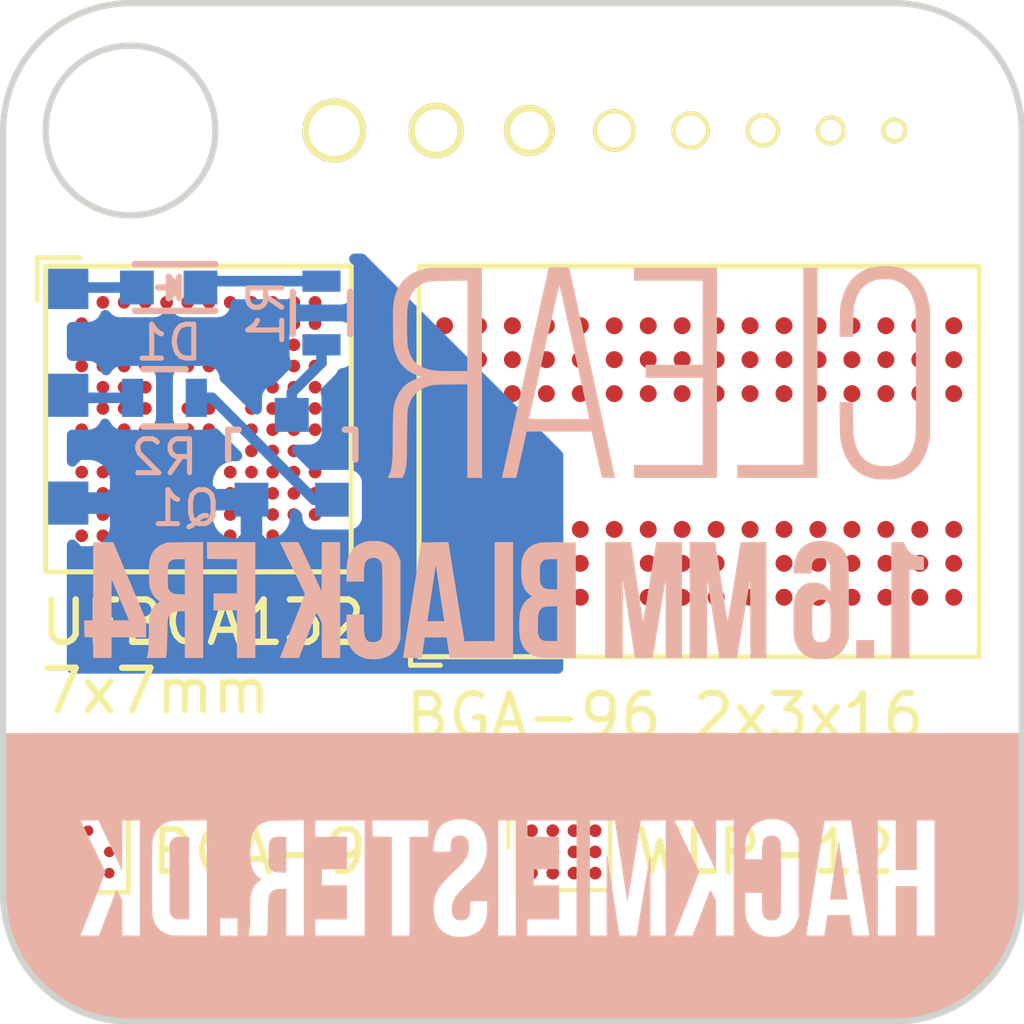
<source format=kicad_pcb>
(kicad_pcb (version 20171130) (host pcbnew "(5.1.0-rc1-17-gb4eda32f8)")

  (general
    (thickness 1.6)
    (drawings 17)
    (tracks 13)
    (zones 0)
    (modules 20)
    (nets 7)
  )

  (page A4)
  (layers
    (0 F.Cu signal)
    (31 B.Cu signal)
    (32 B.Adhes user)
    (33 F.Adhes user)
    (34 B.Paste user)
    (35 F.Paste user)
    (36 B.SilkS user)
    (37 F.SilkS user)
    (38 B.Mask user)
    (39 F.Mask user)
    (40 Dwgs.User user hide)
    (41 Cmts.User user)
    (42 Eco1.User user)
    (43 Eco2.User user)
    (44 Edge.Cuts user)
    (45 Margin user)
    (46 B.CrtYd user)
    (47 F.CrtYd user)
    (48 B.Fab user)
    (49 F.Fab user)
  )

  (setup
    (last_trace_width 0.25)
    (user_trace_width 0.1524)
    (user_trace_width 0.1778)
    (user_trace_width 0.2032)
    (user_trace_width 0.254)
    (user_trace_width 0.508)
    (user_trace_width 0.762)
    (user_trace_width 0.9906)
    (user_trace_width 1.4986)
    (trace_clearance 0.1524)
    (zone_clearance 0.3)
    (zone_45_only no)
    (trace_min 0.1524)
    (via_size 0.6)
    (via_drill 0.4)
    (via_min_size 0.4)
    (via_min_drill 0.3)
    (uvia_size 0.3)
    (uvia_drill 0.1)
    (uvias_allowed no)
    (uvia_min_size 0.2)
    (uvia_min_drill 0.1)
    (edge_width 0.15)
    (segment_width 0.2)
    (pcb_text_width 0.3)
    (pcb_text_size 1.5 1.5)
    (mod_edge_width 0.15)
    (mod_text_size 1 1)
    (mod_text_width 0.15)
    (pad_size 0.6 0.6)
    (pad_drill 0.4)
    (pad_to_mask_clearance 0.2)
    (aux_axis_origin 0 0)
    (visible_elements FFFFFF7F)
    (pcbplotparams
      (layerselection 0x010f0_ffffffff)
      (usegerberextensions true)
      (usegerberattributes false)
      (usegerberadvancedattributes false)
      (creategerberjobfile false)
      (excludeedgelayer true)
      (linewidth 0.100000)
      (plotframeref false)
      (viasonmask false)
      (mode 1)
      (useauxorigin false)
      (hpglpennumber 1)
      (hpglpenspeed 20)
      (hpglpendiameter 15.000000)
      (psnegative false)
      (psa4output false)
      (plotreference true)
      (plotvalue true)
      (plotinvisibletext false)
      (padsonsilk false)
      (subtractmaskfromsilk false)
      (outputformat 1)
      (mirror false)
      (drillshape 0)
      (scaleselection 1)
      (outputdirectory "../Gerber/Clear 1.6mm Black FR4 ENIG/"))
  )

  (net 0 "")
  (net 1 VCC)
  (net 2 "Net-(D1-Pad1)")
  (net 3 "Net-(P1-Pad1)")
  (net 4 GND)
  (net 5 "Net-(Q1-Pad1)")
  (net 6 "Net-(Q1-Pad3)")

  (net_class Default "This is the default net class."
    (clearance 0.1524)
    (trace_width 0.25)
    (via_dia 0.6)
    (via_drill 0.4)
    (uvia_dia 0.3)
    (uvia_drill 0.1)
    (add_net GND)
    (add_net "Net-(D1-Pad1)")
    (add_net "Net-(P1-Pad1)")
    (add_net "Net-(Q1-Pad1)")
    (add_net "Net-(Q1-Pad3)")
    (add_net VCC)
  )

  (module Housings_BGA:BGA-9_3x3_1.6x1.6mm_Pitch0.5mm (layer F.Cu) (tedit 59DBF570) (tstamp 5D6136D3)
    (at 90 108)
    (descr "BGA-9, http://www.ti.com/lit/ds/symlink/bq27421-g1.pdf")
    (tags BGA-9)
    (attr smd)
    (fp_text reference REF** (at 0 -2) (layer F.SilkS) hide
      (effects (font (size 1 1) (thickness 0.15)))
    )
    (fp_text value BGA-9_3x3_1.6x1.6mm_Pitch0.5mm (at 0 1.95) (layer F.Fab) hide
      (effects (font (size 1 1) (thickness 0.15)))
    )
    (fp_text user %R (at 0 0) (layer F.Fab)
      (effects (font (size 0.4 0.4) (thickness 0.1)))
    )
    (fp_line (start -0.95 -0.95) (end -0.95 0.95) (layer F.SilkS) (width 0.12))
    (fp_line (start -0.95 0.95) (end 0.95 0.95) (layer F.SilkS) (width 0.12))
    (fp_line (start 0.95 0.95) (end 0.95 -0.95) (layer F.SilkS) (width 0.12))
    (fp_line (start 0.95 -0.95) (end -0.95 -0.95) (layer F.SilkS) (width 0.12))
    (fp_line (start -1.15 -1.15) (end -1.15 -0.35) (layer F.SilkS) (width 0.12))
    (fp_line (start -1.15 -1.15) (end -0.35 -1.15) (layer F.SilkS) (width 0.12))
    (fp_line (start 0.8 -0.8) (end 0.8 0.8) (layer F.Fab) (width 0.1))
    (fp_line (start 0.8 0.8) (end -0.8 0.8) (layer F.Fab) (width 0.1))
    (fp_line (start -0.8 0.8) (end -0.8 -0.25) (layer F.Fab) (width 0.1))
    (fp_line (start -0.8 -0.25) (end -0.25 -0.8) (layer F.Fab) (width 0.1))
    (fp_line (start -0.25 -0.8) (end 0.8 -0.8) (layer F.Fab) (width 0.1))
    (fp_line (start -1.8 -1.8) (end 1.8 -1.8) (layer F.CrtYd) (width 0.05))
    (fp_line (start -1.8 -1.8) (end -1.8 1.8) (layer F.CrtYd) (width 0.05))
    (fp_line (start 1.8 1.8) (end 1.8 -1.8) (layer F.CrtYd) (width 0.05))
    (fp_line (start 1.8 1.8) (end -1.8 1.8) (layer F.CrtYd) (width 0.05))
    (pad C3 smd circle (at 0.5 0.5) (size 0.25 0.25) (layers F.Cu F.Paste F.Mask))
    (pad B3 smd circle (at 0.5 0) (size 0.25 0.25) (layers F.Cu F.Paste F.Mask))
    (pad A3 smd circle (at 0.5 -0.5) (size 0.25 0.25) (layers F.Cu F.Paste F.Mask))
    (pad C2 smd circle (at 0 0.5) (size 0.25 0.25) (layers F.Cu F.Paste F.Mask))
    (pad B2 smd circle (at 0 0) (size 0.25 0.25) (layers F.Cu F.Paste F.Mask))
    (pad A2 smd circle (at 0 -0.5) (size 0.25 0.25) (layers F.Cu F.Paste F.Mask))
    (pad C1 smd circle (at -0.5 0.5) (size 0.25 0.25) (layers F.Cu F.Paste F.Mask))
    (pad B1 smd circle (at -0.5 0) (size 0.25 0.25) (layers F.Cu F.Paste F.Mask))
    (pad A1 smd circle (at -0.5 -0.5) (size 0.25 0.25) (layers F.Cu F.Paste F.Mask))
    (model ${KISYS3DMOD}/Housings_BGA.3dshapes/BGA-9_3x3_1.6x1.6mm_Pitch0.5mm.wrl
      (at (xyz 0 0 0))
      (scale (xyz 1 1 1))
      (rotate (xyz 0 0 0))
    )
  )

  (module Housings_BGA:Maxim_WLP-12 (layer F.Cu) (tedit 59DBF6D6) (tstamp 5D613694)
    (at 101.2 108)
    (descr "Maxim_WLP-12 W121B2+1 http://pdfserv.maximintegrated.com/package_dwgs/21-0009.PDF")
    (tags Maxim_WLP-12)
    (attr smd)
    (fp_text reference REF** (at 0 -2.5) (layer F.SilkS) hide
      (effects (font (size 1 1) (thickness 0.15)))
    )
    (fp_text value Maxim_WLP-12 (at 0.75 2.5) (layer F.Fab) hide
      (effects (font (size 1 1) (thickness 0.15)))
    )
    (fp_line (start 1.1 0.9) (end 1.1 -0.9) (layer F.SilkS) (width 0.1))
    (fp_text user %R (at 0 0) (layer F.Fab)
      (effects (font (size 0.4 0.4) (thickness 0.04)))
    )
    (fp_line (start -1.3 -1.1) (end -1.3 -0.1) (layer F.SilkS) (width 0.1))
    (fp_line (start -1.02 0.78) (end 1.02 0.78) (layer F.Fab) (width 0.1))
    (fp_line (start 1.02 -0.78) (end 1.02 0.78) (layer F.Fab) (width 0.1))
    (fp_line (start 1.02 -0.78) (end -0.75 -0.78) (layer F.Fab) (width 0.1))
    (fp_line (start -0.75 -0.78) (end -1.02 -0.54) (layer F.Fab) (width 0.1))
    (fp_line (start -1.02 0.78) (end -1.02 -0.54) (layer F.Fab) (width 0.1))
    (fp_line (start -2.02 1.78) (end 2.02 1.78) (layer F.CrtYd) (width 0.05))
    (fp_line (start -2.02 1.78) (end -2.02 -1.78) (layer F.CrtYd) (width 0.05))
    (fp_line (start -2.02 -1.78) (end 2.02 -1.78) (layer F.CrtYd) (width 0.05))
    (fp_line (start 2.02 -1.78) (end 2.02 1.78) (layer F.CrtYd) (width 0.05))
    (fp_line (start 1.1 0.9) (end -1.1 0.9) (layer F.SilkS) (width 0.1))
    (fp_line (start -1.1 -0.9) (end 1.1 -0.9) (layer F.SilkS) (width 0.1))
    (fp_line (start -1.1 -0.9) (end -1.1 0.9) (layer F.SilkS) (width 0.1))
    (fp_line (start -1.3 -1.1) (end -0.3 -1.1) (layer F.SilkS) (width 0.1))
    (pad A1 smd circle (at -0.75 -0.5 90) (size 0.3 0.3) (layers F.Cu F.Paste F.Mask))
    (pad A2 smd circle (at -0.25 -0.5 90) (size 0.3 0.3) (layers F.Cu F.Paste F.Mask))
    (pad A3 smd circle (at 0.25 -0.5 90) (size 0.3 0.3) (layers F.Cu F.Paste F.Mask))
    (pad A4 smd circle (at 0.75 -0.5 90) (size 0.3 0.3) (layers F.Cu F.Paste F.Mask))
    (pad B1 smd circle (at -0.75 0 90) (size 0.3 0.3) (layers F.Cu F.Paste F.Mask))
    (pad B2 smd circle (at -0.25 0 90) (size 0.3 0.3) (layers F.Cu F.Paste F.Mask))
    (pad B3 smd circle (at 0.25 0 90) (size 0.3 0.3) (layers F.Cu F.Paste F.Mask))
    (pad B4 smd circle (at 0.75 0 90) (size 0.3 0.3) (layers F.Cu F.Paste F.Mask))
    (pad C1 smd circle (at -0.75 0.5 90) (size 0.3 0.3) (layers F.Cu F.Paste F.Mask))
    (pad C2 smd circle (at -0.25 0.5 90) (size 0.3 0.3) (layers F.Cu F.Paste F.Mask))
    (pad C3 smd circle (at 0.25 0.5 90) (size 0.3 0.3) (layers F.Cu F.Paste F.Mask))
    (pad C4 smd circle (at 0.75 0.5 90) (size 0.3 0.3) (layers F.Cu F.Paste F.Mask))
    (model ${KISYS3DMOD}/Housings_BGA.3dshapes/Maxim_WLP-12.wrl
      (at (xyz 0 0 0))
      (scale (xyz 1 1 1))
      (rotate (xyz 0 0 0))
    )
  )

  (module Housings_BGA:BGA-96_2x3x16_9.0x13.0mm_Pitch0.8mm (layer F.Cu) (tedit 59DBF597) (tstamp 5D6135ED)
    (at 104.4 98.8 90)
    (descr "BGA-96, http://www.mouser.com/ds/2/198/43-46TR16640B-81280BL-706483.pdf")
    (tags BGA-96)
    (attr smd)
    (fp_text reference REF** (at 0 -7.4 90) (layer F.SilkS) hide
      (effects (font (size 1 1) (thickness 0.15)))
    )
    (fp_text value BGA-96_2x3x16_9.0x13.0mm_Pitch0.8mm (at 0 7.5 90) (layer F.Fab) hide
      (effects (font (size 1 1) (thickness 0.15)))
    )
    (fp_text user %R (at 0 0 90) (layer F.Fab)
      (effects (font (size 1 1) (thickness 0.15)))
    )
    (fp_line (start -4.1 -6.8) (end -4.8 -6.8) (layer F.SilkS) (width 0.12))
    (fp_line (start -4.8 -6.8) (end -4.8 -6.1) (layer F.SilkS) (width 0.12))
    (fp_line (start 4.6 -6.6) (end -4.6 -6.6) (layer F.SilkS) (width 0.12))
    (fp_line (start -4.6 -6.6) (end -4.6 6.6) (layer F.SilkS) (width 0.12))
    (fp_line (start -4.6 6.6) (end 4.6 6.6) (layer F.SilkS) (width 0.12))
    (fp_line (start 4.6 6.6) (end 4.6 -6.6) (layer F.SilkS) (width 0.12))
    (fp_line (start -4.5 6.5) (end 4.5 6.5) (layer F.Fab) (width 0.1))
    (fp_line (start 4.5 6.5) (end 4.5 -6.5) (layer F.Fab) (width 0.1))
    (fp_line (start 4.5 -6.5) (end -4 -6.5) (layer F.Fab) (width 0.1))
    (fp_line (start -4 -6.5) (end -4.5 -6) (layer F.Fab) (width 0.1))
    (fp_line (start -4.5 -6) (end -4.5 6.5) (layer F.Fab) (width 0.1))
    (fp_line (start -5.5 -7.5) (end 5.5 -7.5) (layer F.CrtYd) (width 0.05))
    (fp_line (start -5.5 -7.5) (end -5.5 7.5) (layer F.CrtYd) (width 0.05))
    (fp_line (start 5.5 7.5) (end 5.5 -7.5) (layer F.CrtYd) (width 0.05))
    (fp_line (start 5.5 7.5) (end -5.5 7.5) (layer F.CrtYd) (width 0.05))
    (pad A1 smd circle (at -3.2 -6 90) (size 0.4 0.4) (layers F.Cu F.Paste F.Mask))
    (pad A2 smd circle (at -2.4 -6 90) (size 0.4 0.4) (layers F.Cu F.Paste F.Mask))
    (pad A3 smd circle (at -1.6 -6 90) (size 0.4 0.4) (layers F.Cu F.Paste F.Mask))
    (pad A7 smd circle (at 1.6 -6 90) (size 0.4 0.4) (layers F.Cu F.Paste F.Mask))
    (pad A8 smd circle (at 2.4 -6 90) (size 0.4 0.4) (layers F.Cu F.Paste F.Mask))
    (pad A9 smd circle (at 3.2 -6 90) (size 0.4 0.4) (layers F.Cu F.Paste F.Mask))
    (pad B1 smd circle (at -3.2 -5.2 90) (size 0.4 0.4) (layers F.Cu F.Paste F.Mask))
    (pad B2 smd circle (at -2.4 -5.2 90) (size 0.4 0.4) (layers F.Cu F.Paste F.Mask))
    (pad B3 smd circle (at -1.6 -5.2 90) (size 0.4 0.4) (layers F.Cu F.Paste F.Mask))
    (pad B7 smd circle (at 1.6 -5.2 90) (size 0.4 0.4) (layers F.Cu F.Paste F.Mask))
    (pad B8 smd circle (at 2.4 -5.2 90) (size 0.4 0.4) (layers F.Cu F.Paste F.Mask))
    (pad B9 smd circle (at 3.2 -5.2 90) (size 0.4 0.4) (layers F.Cu F.Paste F.Mask))
    (pad C1 smd circle (at -3.2 -4.4 90) (size 0.4 0.4) (layers F.Cu F.Paste F.Mask))
    (pad C2 smd circle (at -2.4 -4.4 90) (size 0.4 0.4) (layers F.Cu F.Paste F.Mask))
    (pad C3 smd circle (at -1.6 -4.4 90) (size 0.4 0.4) (layers F.Cu F.Paste F.Mask))
    (pad C7 smd circle (at 1.6 -4.4 90) (size 0.4 0.4) (layers F.Cu F.Paste F.Mask))
    (pad C8 smd circle (at 2.4 -4.4 90) (size 0.4 0.4) (layers F.Cu F.Paste F.Mask))
    (pad C9 smd circle (at 3.2 -4.4 90) (size 0.4 0.4) (layers F.Cu F.Paste F.Mask))
    (pad D1 smd circle (at -3.2 -3.6 90) (size 0.4 0.4) (layers F.Cu F.Paste F.Mask))
    (pad D2 smd circle (at -2.4 -3.6 90) (size 0.4 0.4) (layers F.Cu F.Paste F.Mask))
    (pad D3 smd circle (at -1.6 -3.6 90) (size 0.4 0.4) (layers F.Cu F.Paste F.Mask))
    (pad D7 smd circle (at 1.6 -3.6 90) (size 0.4 0.4) (layers F.Cu F.Paste F.Mask))
    (pad D8 smd circle (at 2.4 -3.6 90) (size 0.4 0.4) (layers F.Cu F.Paste F.Mask))
    (pad D9 smd circle (at 3.2 -3.6 90) (size 0.4 0.4) (layers F.Cu F.Paste F.Mask))
    (pad E1 smd circle (at -3.2 -2.8 90) (size 0.4 0.4) (layers F.Cu F.Paste F.Mask))
    (pad E2 smd circle (at -2.4 -2.8 90) (size 0.4 0.4) (layers F.Cu F.Paste F.Mask))
    (pad E3 smd circle (at -1.6 -2.8 90) (size 0.4 0.4) (layers F.Cu F.Paste F.Mask))
    (pad E7 smd circle (at 1.6 -2.8 90) (size 0.4 0.4) (layers F.Cu F.Paste F.Mask))
    (pad E8 smd circle (at 2.4 -2.8 90) (size 0.4 0.4) (layers F.Cu F.Paste F.Mask))
    (pad E9 smd circle (at 3.2 -2.8 90) (size 0.4 0.4) (layers F.Cu F.Paste F.Mask))
    (pad F1 smd circle (at -3.2 -2 90) (size 0.4 0.4) (layers F.Cu F.Paste F.Mask))
    (pad F2 smd circle (at -2.4 -2 90) (size 0.4 0.4) (layers F.Cu F.Paste F.Mask))
    (pad F3 smd circle (at -1.6 -2 90) (size 0.4 0.4) (layers F.Cu F.Paste F.Mask))
    (pad F7 smd circle (at 1.6 -2 90) (size 0.4 0.4) (layers F.Cu F.Paste F.Mask))
    (pad F8 smd circle (at 2.4 -2 90) (size 0.4 0.4) (layers F.Cu F.Paste F.Mask))
    (pad F9 smd circle (at 3.2 -2 90) (size 0.4 0.4) (layers F.Cu F.Paste F.Mask))
    (pad G1 smd circle (at -3.2 -1.2 90) (size 0.4 0.4) (layers F.Cu F.Paste F.Mask))
    (pad G2 smd circle (at -2.4 -1.2 90) (size 0.4 0.4) (layers F.Cu F.Paste F.Mask))
    (pad G3 smd circle (at -1.6 -1.2 90) (size 0.4 0.4) (layers F.Cu F.Paste F.Mask))
    (pad G7 smd circle (at 1.6 -1.2 90) (size 0.4 0.4) (layers F.Cu F.Paste F.Mask))
    (pad G8 smd circle (at 2.4 -1.2 90) (size 0.4 0.4) (layers F.Cu F.Paste F.Mask))
    (pad G9 smd circle (at 3.2 -1.2 90) (size 0.4 0.4) (layers F.Cu F.Paste F.Mask))
    (pad H1 smd circle (at -3.2 -0.4 90) (size 0.4 0.4) (layers F.Cu F.Paste F.Mask))
    (pad H2 smd circle (at -2.4 -0.4 90) (size 0.4 0.4) (layers F.Cu F.Paste F.Mask))
    (pad H3 smd circle (at -1.6 -0.4 90) (size 0.4 0.4) (layers F.Cu F.Paste F.Mask))
    (pad H7 smd circle (at 1.6 -0.4 90) (size 0.4 0.4) (layers F.Cu F.Paste F.Mask))
    (pad H8 smd circle (at 2.4 -0.4 90) (size 0.4 0.4) (layers F.Cu F.Paste F.Mask))
    (pad H9 smd circle (at 3.2 -0.4 90) (size 0.4 0.4) (layers F.Cu F.Paste F.Mask))
    (pad J1 smd circle (at -3.2 0.4 90) (size 0.4 0.4) (layers F.Cu F.Paste F.Mask))
    (pad J2 smd circle (at -2.4 0.4 90) (size 0.4 0.4) (layers F.Cu F.Paste F.Mask))
    (pad J3 smd circle (at -1.6 0.4 90) (size 0.4 0.4) (layers F.Cu F.Paste F.Mask))
    (pad J7 smd circle (at 1.6 0.4 90) (size 0.4 0.4) (layers F.Cu F.Paste F.Mask))
    (pad J8 smd circle (at 2.4 0.4 90) (size 0.4 0.4) (layers F.Cu F.Paste F.Mask))
    (pad J9 smd circle (at 3.2 0.4 90) (size 0.4 0.4) (layers F.Cu F.Paste F.Mask))
    (pad K1 smd circle (at -3.2 1.2 90) (size 0.4 0.4) (layers F.Cu F.Paste F.Mask))
    (pad K2 smd circle (at -2.4 1.2 90) (size 0.4 0.4) (layers F.Cu F.Paste F.Mask))
    (pad K3 smd circle (at -1.6 1.2 90) (size 0.4 0.4) (layers F.Cu F.Paste F.Mask))
    (pad K7 smd circle (at 1.6 1.2 90) (size 0.4 0.4) (layers F.Cu F.Paste F.Mask))
    (pad K8 smd circle (at 2.4 1.2 90) (size 0.4 0.4) (layers F.Cu F.Paste F.Mask))
    (pad K9 smd circle (at 3.2 1.2 90) (size 0.4 0.4) (layers F.Cu F.Paste F.Mask))
    (pad L1 smd circle (at -3.2 2 90) (size 0.4 0.4) (layers F.Cu F.Paste F.Mask))
    (pad L2 smd circle (at -2.4 2 90) (size 0.4 0.4) (layers F.Cu F.Paste F.Mask))
    (pad L3 smd circle (at -1.6 2 90) (size 0.4 0.4) (layers F.Cu F.Paste F.Mask))
    (pad L7 smd circle (at 1.6 2 90) (size 0.4 0.4) (layers F.Cu F.Paste F.Mask))
    (pad L8 smd circle (at 2.4 2 90) (size 0.4 0.4) (layers F.Cu F.Paste F.Mask))
    (pad L9 smd circle (at 3.2 2 90) (size 0.4 0.4) (layers F.Cu F.Paste F.Mask))
    (pad M1 smd circle (at -3.2 2.8 90) (size 0.4 0.4) (layers F.Cu F.Paste F.Mask))
    (pad M2 smd circle (at -2.4 2.8 90) (size 0.4 0.4) (layers F.Cu F.Paste F.Mask))
    (pad M3 smd circle (at -1.6 2.8 90) (size 0.4 0.4) (layers F.Cu F.Paste F.Mask))
    (pad M7 smd circle (at 1.6 2.8 90) (size 0.4 0.4) (layers F.Cu F.Paste F.Mask))
    (pad M8 smd circle (at 2.4 2.8 90) (size 0.4 0.4) (layers F.Cu F.Paste F.Mask))
    (pad M9 smd circle (at 3.2 2.8 90) (size 0.4 0.4) (layers F.Cu F.Paste F.Mask))
    (pad N1 smd circle (at -3.2 3.6 90) (size 0.4 0.4) (layers F.Cu F.Paste F.Mask))
    (pad N2 smd circle (at -2.4 3.6 90) (size 0.4 0.4) (layers F.Cu F.Paste F.Mask))
    (pad N3 smd circle (at -1.6 3.6 90) (size 0.4 0.4) (layers F.Cu F.Paste F.Mask))
    (pad N7 smd circle (at 1.6 3.6 90) (size 0.4 0.4) (layers F.Cu F.Paste F.Mask))
    (pad N8 smd circle (at 2.4 3.6 90) (size 0.4 0.4) (layers F.Cu F.Paste F.Mask))
    (pad N9 smd circle (at 3.2 3.6 90) (size 0.4 0.4) (layers F.Cu F.Paste F.Mask))
    (pad P1 smd circle (at -3.2 4.4 90) (size 0.4 0.4) (layers F.Cu F.Paste F.Mask))
    (pad P2 smd circle (at -2.4 4.4 90) (size 0.4 0.4) (layers F.Cu F.Paste F.Mask))
    (pad P3 smd circle (at -1.6 4.4 90) (size 0.4 0.4) (layers F.Cu F.Paste F.Mask))
    (pad P7 smd circle (at 1.6 4.4 90) (size 0.4 0.4) (layers F.Cu F.Paste F.Mask))
    (pad P8 smd circle (at 2.4 4.4 90) (size 0.4 0.4) (layers F.Cu F.Paste F.Mask))
    (pad P9 smd circle (at 3.2 4.4 90) (size 0.4 0.4) (layers F.Cu F.Paste F.Mask))
    (pad R1 smd circle (at -3.2 5.2 90) (size 0.4 0.4) (layers F.Cu F.Paste F.Mask))
    (pad R2 smd circle (at -2.4 5.2 90) (size 0.4 0.4) (layers F.Cu F.Paste F.Mask))
    (pad R3 smd circle (at -1.6 5.2 90) (size 0.4 0.4) (layers F.Cu F.Paste F.Mask))
    (pad R7 smd circle (at 1.6 5.2 90) (size 0.4 0.4) (layers F.Cu F.Paste F.Mask))
    (pad R8 smd circle (at 2.4 5.2 90) (size 0.4 0.4) (layers F.Cu F.Paste F.Mask))
    (pad R9 smd circle (at 3.2 5.2 90) (size 0.4 0.4) (layers F.Cu F.Paste F.Mask))
    (pad T1 smd circle (at -3.2 6 90) (size 0.4 0.4) (layers F.Cu F.Paste F.Mask))
    (pad T2 smd circle (at -2.4 6 90) (size 0.4 0.4) (layers F.Cu F.Paste F.Mask))
    (pad T3 smd circle (at -1.6 6 90) (size 0.4 0.4) (layers F.Cu F.Paste F.Mask))
    (pad T7 smd circle (at 1.6 6 90) (size 0.4 0.4) (layers F.Cu F.Paste F.Mask))
    (pad T8 smd circle (at 2.4 6 90) (size 0.4 0.4) (layers F.Cu F.Paste F.Mask))
    (pad T9 smd circle (at 3.2 6 90) (size 0.4 0.4) (layers F.Cu F.Paste F.Mask))
    (model ${KISYS3DMOD}/Housings_BGA.3dshapes/BGA-96_2x3x16_9.0x13.0mm_Pitch0.8mm.wrl
      (at (xyz 0 0 0))
      (scale (xyz 1 1 1))
      (rotate (xyz 0 0 0))
    )
  )

  (module Housings_BGA:UFBGA-132_7x7mm_Pitch0.5mm (layer F.Cu) (tedit 59DBF794) (tstamp 5D613590)
    (at 92.6 97.8)
    (descr "UFBGA 132 Pins, 0.5mm Pitch, 0.3mm Ball, http://www.st.com/resource/en/datasheet/stm32l486qg.pdf")
    (tags "ufbga bga small-pitch")
    (solder_mask_margin 0.05)
    (attr smd)
    (fp_text reference REF** (at 0 -4.7) (layer F.SilkS) hide
      (effects (font (size 1 1) (thickness 0.15)))
    )
    (fp_text value UFBGA-132_7x7mm_Pitch0.5mm (at -0.05 4.5) (layer F.Fab) hide
      (effects (font (size 1 1) (thickness 0.15)))
    )
    (fp_text user %R (at 0 0) (layer F.Fab)
      (effects (font (size 1 1) (thickness 0.15)))
    )
    (fp_line (start -3 -3.5) (end -3.5 -3) (layer F.Fab) (width 0.1))
    (fp_line (start -3.6 3.6) (end -3.6 -3.6) (layer F.SilkS) (width 0.12))
    (fp_line (start 3.6 3.6) (end -3.6 3.6) (layer F.SilkS) (width 0.12))
    (fp_line (start 3.6 -3.6) (end 3.6 3.6) (layer F.SilkS) (width 0.12))
    (fp_line (start -3.6 -3.6) (end 3.6 -3.6) (layer F.SilkS) (width 0.12))
    (fp_line (start -4.5 4.5) (end -4.5 -4.5) (layer F.CrtYd) (width 0.05))
    (fp_line (start 4.5 4.5) (end -4.5 4.5) (layer F.CrtYd) (width 0.05))
    (fp_line (start 4.5 -4.5) (end 4.5 4.5) (layer F.CrtYd) (width 0.05))
    (fp_line (start -4.5 -4.5) (end 4.5 -4.5) (layer F.CrtYd) (width 0.05))
    (fp_line (start -3.5 3.5) (end -3.5 -3) (layer F.Fab) (width 0.1))
    (fp_line (start 3.5 3.5) (end -3.5 3.5) (layer F.Fab) (width 0.1))
    (fp_line (start 3.5 -3.5) (end 3.5 3.5) (layer F.Fab) (width 0.1))
    (fp_line (start -3 -3.5) (end 3.5 -3.5) (layer F.Fab) (width 0.1))
    (fp_line (start -2.8 -3.8) (end -3.8 -3.8) (layer F.SilkS) (width 0.12))
    (fp_line (start -3.8 -2.8) (end -3.8 -3.8) (layer F.SilkS) (width 0.12))
    (pad A1 smd circle (at -2.75 -2.75) (size 0.3 0.3) (layers F.Cu F.Paste F.Mask))
    (pad B1 smd circle (at -2.75 -2.25) (size 0.3 0.3) (layers F.Cu F.Paste F.Mask))
    (pad C1 smd circle (at -2.75 -1.75) (size 0.3 0.3) (layers F.Cu F.Paste F.Mask))
    (pad D1 smd circle (at -2.75 -1.25) (size 0.3 0.3) (layers F.Cu F.Paste F.Mask))
    (pad E1 smd circle (at -2.75 -0.75) (size 0.3 0.3) (layers F.Cu F.Paste F.Mask))
    (pad F1 smd circle (at -2.75 -0.25) (size 0.3 0.3) (layers F.Cu F.Paste F.Mask))
    (pad G1 smd circle (at -2.75 0.25) (size 0.3 0.3) (layers F.Cu F.Paste F.Mask))
    (pad H1 smd circle (at -2.75 0.75) (size 0.3 0.3) (layers F.Cu F.Paste F.Mask))
    (pad J1 smd circle (at -2.75 1.25) (size 0.3 0.3) (layers F.Cu F.Paste F.Mask))
    (pad K1 smd circle (at -2.75 1.75) (size 0.3 0.3) (layers F.Cu F.Paste F.Mask))
    (pad L1 smd circle (at -2.75 2.25) (size 0.3 0.3) (layers F.Cu F.Paste F.Mask))
    (pad M1 smd circle (at -2.75 2.75) (size 0.3 0.3) (layers F.Cu F.Paste F.Mask))
    (pad A2 smd circle (at -2.25 -2.75) (size 0.3 0.3) (layers F.Cu F.Paste F.Mask))
    (pad B2 smd circle (at -2.25 -2.25) (size 0.3 0.3) (layers F.Cu F.Paste F.Mask))
    (pad C2 smd circle (at -2.25 -1.75) (size 0.3 0.3) (layers F.Cu F.Paste F.Mask))
    (pad D2 smd circle (at -2.25 -1.25) (size 0.3 0.3) (layers F.Cu F.Paste F.Mask))
    (pad E2 smd circle (at -2.25 -0.75) (size 0.3 0.3) (layers F.Cu F.Paste F.Mask))
    (pad F2 smd circle (at -2.25 -0.25) (size 0.3 0.3) (layers F.Cu F.Paste F.Mask))
    (pad G2 smd circle (at -2.25 0.25) (size 0.3 0.3) (layers F.Cu F.Paste F.Mask))
    (pad H2 smd circle (at -2.25 0.75) (size 0.3 0.3) (layers F.Cu F.Paste F.Mask))
    (pad J2 smd circle (at -2.25 1.25) (size 0.3 0.3) (layers F.Cu F.Paste F.Mask))
    (pad K2 smd circle (at -2.25 1.75) (size 0.3 0.3) (layers F.Cu F.Paste F.Mask))
    (pad L2 smd circle (at -2.25 2.25) (size 0.3 0.3) (layers F.Cu F.Paste F.Mask))
    (pad M2 smd circle (at -2.25 2.75) (size 0.3 0.3) (layers F.Cu F.Paste F.Mask))
    (pad A3 smd circle (at -1.75 -2.75) (size 0.3 0.3) (layers F.Cu F.Paste F.Mask))
    (pad B3 smd circle (at -1.75 -2.25) (size 0.3 0.3) (layers F.Cu F.Paste F.Mask))
    (pad C3 smd circle (at -1.75 -1.75) (size 0.3 0.3) (layers F.Cu F.Paste F.Mask))
    (pad D3 smd circle (at -1.75 -1.25) (size 0.3 0.3) (layers F.Cu F.Paste F.Mask))
    (pad E3 smd circle (at -1.75 -0.75) (size 0.3 0.3) (layers F.Cu F.Paste F.Mask))
    (pad F3 smd circle (at -1.75 -0.25) (size 0.3 0.3) (layers F.Cu F.Paste F.Mask))
    (pad G3 smd circle (at -1.75 0.25) (size 0.3 0.3) (layers F.Cu F.Paste F.Mask))
    (pad H3 smd circle (at -1.75 0.75) (size 0.3 0.3) (layers F.Cu F.Paste F.Mask))
    (pad J3 smd circle (at -1.75 1.25) (size 0.3 0.3) (layers F.Cu F.Paste F.Mask))
    (pad K3 smd circle (at -1.75 1.75) (size 0.3 0.3) (layers F.Cu F.Paste F.Mask))
    (pad L3 smd circle (at -1.75 2.25) (size 0.3 0.3) (layers F.Cu F.Paste F.Mask))
    (pad M3 smd circle (at -1.75 2.75) (size 0.3 0.3) (layers F.Cu F.Paste F.Mask))
    (pad A4 smd circle (at -1.25 -2.75) (size 0.3 0.3) (layers F.Cu F.Paste F.Mask))
    (pad B4 smd circle (at -1.25 -2.25) (size 0.3 0.3) (layers F.Cu F.Paste F.Mask))
    (pad C4 smd circle (at -1.25 -1.75) (size 0.3 0.3) (layers F.Cu F.Paste F.Mask))
    (pad D4 smd circle (at -1.25 -1.25) (size 0.3 0.3) (layers F.Cu F.Paste F.Mask))
    (pad E4 smd circle (at -1.25 -0.75) (size 0.3 0.3) (layers F.Cu F.Paste F.Mask))
    (pad F4 smd circle (at -1.25 -0.25) (size 0.3 0.3) (layers F.Cu F.Paste F.Mask))
    (pad G4 smd circle (at -1.25 0.25) (size 0.3 0.3) (layers F.Cu F.Paste F.Mask))
    (pad H4 smd circle (at -1.25 0.75) (size 0.3 0.3) (layers F.Cu F.Paste F.Mask))
    (pad J4 smd circle (at -1.25 1.25) (size 0.3 0.3) (layers F.Cu F.Paste F.Mask))
    (pad K4 smd circle (at -1.25 1.75) (size 0.3 0.3) (layers F.Cu F.Paste F.Mask))
    (pad L4 smd circle (at -1.25 2.25) (size 0.3 0.3) (layers F.Cu F.Paste F.Mask))
    (pad M4 smd circle (at -1.25 2.75) (size 0.3 0.3) (layers F.Cu F.Paste F.Mask))
    (pad A5 smd circle (at -0.75 -2.75) (size 0.3 0.3) (layers F.Cu F.Paste F.Mask))
    (pad B5 smd circle (at -0.75 -2.25) (size 0.3 0.3) (layers F.Cu F.Paste F.Mask))
    (pad C5 smd circle (at -0.75 -1.75) (size 0.3 0.3) (layers F.Cu F.Paste F.Mask))
    (pad D5 smd circle (at -0.75 -1.25) (size 0.3 0.3) (layers F.Cu F.Paste F.Mask))
    (pad J5 smd circle (at -0.75 1.25) (size 0.3 0.3) (layers F.Cu F.Paste F.Mask))
    (pad K5 smd circle (at -0.75 1.75) (size 0.3 0.3) (layers F.Cu F.Paste F.Mask))
    (pad L5 smd circle (at -0.75 2.25) (size 0.3 0.3) (layers F.Cu F.Paste F.Mask))
    (pad M5 smd circle (at -0.75 2.75) (size 0.3 0.3) (layers F.Cu F.Paste F.Mask))
    (pad A6 smd circle (at -0.25 -2.75) (size 0.3 0.3) (layers F.Cu F.Paste F.Mask))
    (pad B6 smd circle (at -0.25 -2.25) (size 0.3 0.3) (layers F.Cu F.Paste F.Mask))
    (pad C6 smd circle (at -0.25 -1.75) (size 0.3 0.3) (layers F.Cu F.Paste F.Mask))
    (pad D6 smd circle (at -0.25 -1.25) (size 0.3 0.3) (layers F.Cu F.Paste F.Mask))
    (pad F6 smd circle (at -0.25 -0.25) (size 0.3 0.3) (layers F.Cu F.Paste F.Mask))
    (pad G6 smd circle (at -0.25 0.25) (size 0.3 0.3) (layers F.Cu F.Paste F.Mask))
    (pad J6 smd circle (at -0.25 1.25) (size 0.3 0.3) (layers F.Cu F.Paste F.Mask))
    (pad K6 smd circle (at -0.25 1.75) (size 0.3 0.3) (layers F.Cu F.Paste F.Mask))
    (pad L6 smd circle (at -0.25 2.25) (size 0.3 0.3) (layers F.Cu F.Paste F.Mask))
    (pad M6 smd circle (at -0.25 2.75) (size 0.3 0.3) (layers F.Cu F.Paste F.Mask))
    (pad A7 smd circle (at 0.25 -2.75) (size 0.3 0.3) (layers F.Cu F.Paste F.Mask))
    (pad B7 smd circle (at 0.25 -2.25) (size 0.3 0.3) (layers F.Cu F.Paste F.Mask))
    (pad C7 smd circle (at 0.25 -1.75) (size 0.3 0.3) (layers F.Cu F.Paste F.Mask))
    (pad D7 smd circle (at 0.25 -1.25) (size 0.3 0.3) (layers F.Cu F.Paste F.Mask))
    (pad F7 smd circle (at 0.25 -0.25) (size 0.3 0.3) (layers F.Cu F.Paste F.Mask))
    (pad G7 smd circle (at 0.25 0.25) (size 0.3 0.3) (layers F.Cu F.Paste F.Mask))
    (pad J7 smd circle (at 0.25 1.25) (size 0.3 0.3) (layers F.Cu F.Paste F.Mask))
    (pad K7 smd circle (at 0.25 1.75) (size 0.3 0.3) (layers F.Cu F.Paste F.Mask))
    (pad L7 smd circle (at 0.25 2.25) (size 0.3 0.3) (layers F.Cu F.Paste F.Mask))
    (pad M7 smd circle (at 0.25 2.75) (size 0.3 0.3) (layers F.Cu F.Paste F.Mask))
    (pad A8 smd circle (at 0.75 -2.75) (size 0.3 0.3) (layers F.Cu F.Paste F.Mask))
    (pad B8 smd circle (at 0.75 -2.25) (size 0.3 0.3) (layers F.Cu F.Paste F.Mask))
    (pad C8 smd circle (at 0.75 -1.75) (size 0.3 0.3) (layers F.Cu F.Paste F.Mask))
    (pad D8 smd circle (at 0.75 -1.25) (size 0.3 0.3) (layers F.Cu F.Paste F.Mask))
    (pad J8 smd circle (at 0.75 1.25) (size 0.3 0.3) (layers F.Cu F.Paste F.Mask))
    (pad K8 smd circle (at 0.75 1.75) (size 0.3 0.3) (layers F.Cu F.Paste F.Mask))
    (pad L8 smd circle (at 0.75 2.25) (size 0.3 0.3) (layers F.Cu F.Paste F.Mask))
    (pad M8 smd circle (at 0.75 2.75) (size 0.3 0.3) (layers F.Cu F.Paste F.Mask))
    (pad A9 smd circle (at 1.25 -2.75) (size 0.3 0.3) (layers F.Cu F.Paste F.Mask))
    (pad B9 smd circle (at 1.25 -2.25) (size 0.3 0.3) (layers F.Cu F.Paste F.Mask))
    (pad C9 smd circle (at 1.25 -1.75) (size 0.3 0.3) (layers F.Cu F.Paste F.Mask))
    (pad D9 smd circle (at 1.25 -1.25) (size 0.3 0.3) (layers F.Cu F.Paste F.Mask))
    (pad E9 smd circle (at 1.25 -0.75) (size 0.3 0.3) (layers F.Cu F.Paste F.Mask))
    (pad F9 smd circle (at 1.25 -0.25) (size 0.3 0.3) (layers F.Cu F.Paste F.Mask))
    (pad G9 smd circle (at 1.25 0.25) (size 0.3 0.3) (layers F.Cu F.Paste F.Mask))
    (pad H9 smd circle (at 1.25 0.75) (size 0.3 0.3) (layers F.Cu F.Paste F.Mask))
    (pad J9 smd circle (at 1.25 1.25) (size 0.3 0.3) (layers F.Cu F.Paste F.Mask))
    (pad K9 smd circle (at 1.25 1.75) (size 0.3 0.3) (layers F.Cu F.Paste F.Mask))
    (pad L9 smd circle (at 1.25 2.25) (size 0.3 0.3) (layers F.Cu F.Paste F.Mask))
    (pad M9 smd circle (at 1.25 2.75) (size 0.3 0.3) (layers F.Cu F.Paste F.Mask))
    (pad A10 smd circle (at 1.75 -2.75) (size 0.3 0.3) (layers F.Cu F.Paste F.Mask))
    (pad B10 smd circle (at 1.75 -2.25) (size 0.3 0.3) (layers F.Cu F.Paste F.Mask))
    (pad C10 smd circle (at 1.75 -1.75) (size 0.3 0.3) (layers F.Cu F.Paste F.Mask))
    (pad D10 smd circle (at 1.75 -1.25) (size 0.3 0.3) (layers F.Cu F.Paste F.Mask))
    (pad E10 smd circle (at 1.75 -0.75) (size 0.3 0.3) (layers F.Cu F.Paste F.Mask))
    (pad F10 smd circle (at 1.75 -0.25) (size 0.3 0.3) (layers F.Cu F.Paste F.Mask))
    (pad G10 smd circle (at 1.75 0.25) (size 0.3 0.3) (layers F.Cu F.Paste F.Mask))
    (pad H10 smd circle (at 1.75 0.75) (size 0.3 0.3) (layers F.Cu F.Paste F.Mask))
    (pad J10 smd circle (at 1.75 1.25) (size 0.3 0.3) (layers F.Cu F.Paste F.Mask))
    (pad K10 smd circle (at 1.75 1.75) (size 0.3 0.3) (layers F.Cu F.Paste F.Mask))
    (pad L10 smd circle (at 1.75 2.25) (size 0.3 0.3) (layers F.Cu F.Paste F.Mask))
    (pad M10 smd circle (at 1.75 2.75) (size 0.3 0.3) (layers F.Cu F.Paste F.Mask))
    (pad A11 smd circle (at 2.25 -2.75) (size 0.3 0.3) (layers F.Cu F.Paste F.Mask))
    (pad B11 smd circle (at 2.25 -2.25) (size 0.3 0.3) (layers F.Cu F.Paste F.Mask))
    (pad C11 smd circle (at 2.25 -1.75) (size 0.3 0.3) (layers F.Cu F.Paste F.Mask))
    (pad D11 smd circle (at 2.25 -1.25) (size 0.3 0.3) (layers F.Cu F.Paste F.Mask))
    (pad E11 smd circle (at 2.25 -0.75) (size 0.3 0.3) (layers F.Cu F.Paste F.Mask))
    (pad F11 smd circle (at 2.25 -0.25) (size 0.3 0.3) (layers F.Cu F.Paste F.Mask))
    (pad G11 smd circle (at 2.25 0.25) (size 0.3 0.3) (layers F.Cu F.Paste F.Mask))
    (pad H11 smd circle (at 2.25 0.75) (size 0.3 0.3) (layers F.Cu F.Paste F.Mask))
    (pad J11 smd circle (at 2.25 1.25) (size 0.3 0.3) (layers F.Cu F.Paste F.Mask))
    (pad K11 smd circle (at 2.25 1.75) (size 0.3 0.3) (layers F.Cu F.Paste F.Mask))
    (pad L11 smd circle (at 2.25 2.25) (size 0.3 0.3) (layers F.Cu F.Paste F.Mask))
    (pad M11 smd circle (at 2.25 2.75) (size 0.3 0.3) (layers F.Cu F.Paste F.Mask))
    (pad A12 smd circle (at 2.75 -2.75) (size 0.3 0.3) (layers F.Cu F.Paste F.Mask))
    (pad B12 smd circle (at 2.75 -2.25) (size 0.3 0.3) (layers F.Cu F.Paste F.Mask))
    (pad C12 smd circle (at 2.75 -1.75) (size 0.3 0.3) (layers F.Cu F.Paste F.Mask))
    (pad D12 smd circle (at 2.75 -1.25) (size 0.3 0.3) (layers F.Cu F.Paste F.Mask))
    (pad E12 smd circle (at 2.75 -0.75) (size 0.3 0.3) (layers F.Cu F.Paste F.Mask))
    (pad F12 smd circle (at 2.75 -0.25) (size 0.3 0.3) (layers F.Cu F.Paste F.Mask))
    (pad G12 smd circle (at 2.75 0.25) (size 0.3 0.3) (layers F.Cu F.Paste F.Mask))
    (pad H12 smd circle (at 2.75 0.75) (size 0.3 0.3) (layers F.Cu F.Paste F.Mask))
    (pad J12 smd circle (at 2.75 1.25) (size 0.3 0.3) (layers F.Cu F.Paste F.Mask))
    (pad K12 smd circle (at 2.75 1.75) (size 0.3 0.3) (layers F.Cu F.Paste F.Mask))
    (pad L12 smd circle (at 2.75 2.25) (size 0.3 0.3) (layers F.Cu F.Paste F.Mask))
    (pad M12 smd circle (at 2.75 2.75) (size 0.3 0.3) (layers F.Cu F.Paste F.Mask))
    (model ${KISYS3DMOD}/Housings_BGA.3dshapes/UFBGA-132_7x7mm_Pitch0.5mm.wrl
      (at (xyz 0 0 0))
      (scale (xyz 1 1 1))
      (rotate (xyz 0 0 0))
    )
  )

  (module Aesthetics:Sample-Clear-1.6mm-Black-fr4-enig (layer B.Cu) (tedit 0) (tstamp 5D61348D)
    (at 100 102.6 180)
    (fp_text reference G*** (at 0 0 180) (layer B.SilkS) hide
      (effects (font (size 1.524 1.524) (thickness 0.3)) (justify mirror))
    )
    (fp_text value LOGO (at 0.75 0 180) (layer B.SilkS) hide
      (effects (font (size 1.524 1.524) (thickness 0.3)) (justify mirror))
    )
    (fp_poly (pts (xy 7.832864 -5.048531) (xy 7.877127 -5.049732) (xy 7.908941 -5.052392) (xy 7.932662 -5.057052)
      (xy 7.952646 -5.06425) (xy 7.969971 -5.072779) (xy 8.00837 -5.099914) (xy 8.037173 -5.138306)
      (xy 8.043073 -5.149225) (xy 8.069791 -5.201143) (xy 8.069791 -6.832107) (xy 8.043073 -6.884025)
      (xy 8.015353 -6.926033) (xy 7.979767 -6.954978) (xy 7.969971 -6.960472) (xy 7.949736 -6.970254)
      (xy 7.929472 -6.97704) (xy 7.904822 -6.981368) (xy 7.87143 -6.983777) (xy 7.824939 -6.984807)
      (xy 7.771793 -6.985) (xy 7.62 -6.985) (xy 7.62 -5.04825) (xy 7.771793 -5.04825)
      (xy 7.832864 -5.048531)) (layer B.SilkS) (width 0.01))
    (fp_poly (pts (xy 5.528597 -5.049363) (xy 5.581616 -5.053268) (xy 5.621404 -5.060817) (xy 5.651884 -5.072862)
      (xy 5.67698 -5.090254) (xy 5.684816 -5.097376) (xy 5.703446 -5.11749) (xy 5.71806 -5.139799)
      (xy 5.729079 -5.166974) (xy 5.736922 -5.201685) (xy 5.742009 -5.246603) (xy 5.744758 -5.304397)
      (xy 5.745591 -5.377737) (xy 5.744926 -5.469294) (xy 5.7448 -5.479057) (xy 5.743675 -5.55861)
      (xy 5.74248 -5.619977) (xy 5.74092 -5.66614) (xy 5.738696 -5.700077) (xy 5.735512 -5.72477)
      (xy 5.73107 -5.743198) (xy 5.725074 -5.758342) (xy 5.717227 -5.773181) (xy 5.715113 -5.776892)
      (xy 5.680325 -5.820727) (xy 5.641578 -5.850565) (xy 5.619338 -5.862479) (xy 5.597328 -5.870672)
      (xy 5.570568 -5.876041) (xy 5.534076 -5.879486) (xy 5.482872 -5.881905) (xy 5.464194 -5.882554)
      (xy 5.334 -5.886889) (xy 5.334 -5.04825) (xy 5.458424 -5.04825) (xy 5.528597 -5.049363)) (layer B.SilkS) (width 0.01))
    (fp_poly (pts (xy -7.685689 -5.178275) (xy -7.680974 -5.208009) (xy -7.67371 -5.255111) (xy -7.664167 -5.317796)
      (xy -7.652614 -5.394276) (xy -7.639322 -5.482766) (xy -7.624559 -5.581479) (xy -7.608597 -5.68863)
      (xy -7.591703 -5.802432) (xy -7.588977 -5.820834) (xy -7.571851 -5.936273) (xy -7.555531 -6.045927)
      (xy -7.540296 -6.147932) (xy -7.526428 -6.24042) (xy -7.514209 -6.321527) (xy -7.503919 -6.389387)
      (xy -7.495839 -6.442135) (xy -7.490251 -6.477904) (xy -7.487436 -6.494829) (xy -7.487295 -6.495521)
      (xy -7.482014 -6.519334) (xy -7.890975 -6.519334) (xy -7.813994 -6.003396) (xy -7.797784 -5.894694)
      (xy -7.781724 -5.786888) (xy -7.766247 -5.682894) (xy -7.751787 -5.58563) (xy -7.738777 -5.498014)
      (xy -7.727651 -5.422961) (xy -7.718842 -5.363389) (xy -7.713403 -5.326444) (xy -7.705156 -5.271262)
      (xy -7.697875 -5.224527) (xy -7.69213 -5.18975) (xy -7.688492 -5.17044) (xy -7.687586 -5.167694)
      (xy -7.685689 -5.178275)) (layer B.SilkS) (width 0.01))
    (fp_poly (pts (xy 1.590866 8.359292) (xy 1.707063 8.358603) (xy 1.802976 8.357257) (xy 1.878898 8.355251)
      (xy 1.935119 8.352581) (xy 1.968428 8.349691) (xy 2.11784 8.32294) (xy 2.253043 8.280779)
      (xy 2.373858 8.223339) (xy 2.480108 8.15075) (xy 2.571615 8.063142) (xy 2.6482 7.960646)
      (xy 2.709685 7.843393) (xy 2.730359 7.79144) (xy 2.750658 7.733163) (xy 2.767606 7.677529)
      (xy 2.781453 7.622006) (xy 2.792453 7.56406) (xy 2.800856 7.501161) (xy 2.806915 7.430774)
      (xy 2.810881 7.350368) (xy 2.813005 7.257411) (xy 2.813541 7.149368) (xy 2.812738 7.023709)
      (xy 2.812113 6.969012) (xy 2.810625 6.858894) (xy 2.808992 6.767246) (xy 2.806942 6.691369)
      (xy 2.804206 6.628568) (xy 2.800513 6.576144) (xy 2.795594 6.531401) (xy 2.78918 6.491641)
      (xy 2.780998 6.454167) (xy 2.770781 6.416283) (xy 2.758257 6.37529) (xy 2.750145 6.35)
      (xy 2.700256 6.227221) (xy 2.634613 6.118543) (xy 2.553173 6.023921) (xy 2.455889 5.943313)
      (xy 2.342718 5.876673) (xy 2.213613 5.82396) (xy 2.204034 5.820808) (xy 2.116777 5.792523)
      (xy 2.182867 5.7744) (xy 2.24579 5.753122) (xy 2.315849 5.722916) (xy 2.386064 5.687312)
      (xy 2.449454 5.649841) (xy 2.497666 5.615177) (xy 2.587506 5.528091) (xy 2.661703 5.428074)
      (xy 2.721077 5.313868) (xy 2.756534 5.217627) (xy 2.769226 5.175478) (xy 2.779959 5.135154)
      (xy 2.788895 5.094467) (xy 2.796196 5.051229) (xy 2.802022 5.003252) (xy 2.806536 4.948348)
      (xy 2.809898 4.884328) (xy 2.812271 4.809004) (xy 2.813815 4.720188) (xy 2.814693 4.615691)
      (xy 2.815065 4.493327) (xy 2.815113 4.423833) (xy 2.815458 4.271294) (xy 2.816564 4.138115)
      (xy 2.818601 4.022498) (xy 2.821743 3.922645) (xy 2.826163 3.836758) (xy 2.832031 3.763039)
      (xy 2.839522 3.69969) (xy 2.848807 3.644912) (xy 2.860058 3.596907) (xy 2.873449 3.553877)
      (xy 2.889151 3.514025) (xy 2.905723 3.478746) (xy 2.920047 3.449483) (xy 2.929438 3.428868)
      (xy 2.931583 3.422839) (xy 2.921589 3.421348) (xy 2.893965 3.420072) (xy 2.852247 3.419102)
      (xy 2.799971 3.418531) (xy 2.761667 3.418416) (xy 2.591751 3.418416) (xy 2.564662 3.479271)
      (xy 2.549477 3.518922) (xy 2.533336 3.569887) (xy 2.519183 3.622676) (xy 2.516226 3.635375)
      (xy 2.511733 3.656707) (xy 2.507863 3.678819) (xy 2.504544 3.703539) (xy 2.501705 3.732697)
      (xy 2.499272 3.768123) (xy 2.497173 3.811646) (xy 2.495336 3.865096) (xy 2.493688 3.930303)
      (xy 2.492156 4.009095) (xy 2.490668 4.103303) (xy 2.489152 4.214756) (xy 2.487535 4.345283)
      (xy 2.487291 4.365625) (xy 2.485678 4.49808) (xy 2.484202 4.61118) (xy 2.482785 4.706736)
      (xy 2.481351 4.786558) (xy 2.479823 4.852459) (xy 2.478127 4.906247) (xy 2.476184 4.949734)
      (xy 2.47392 4.984731) (xy 2.471256 5.013048) (xy 2.468118 5.036497) (xy 2.464429 5.056888)
      (xy 2.460111 5.076031) (xy 2.456775 5.089272) (xy 2.417672 5.205744) (xy 2.364253 5.307069)
      (xy 2.295976 5.39378) (xy 2.212298 5.466407) (xy 2.112675 5.525481) (xy 1.996566 5.571533)
      (xy 1.949702 5.585275) (xy 1.922489 5.592436) (xy 1.897768 5.598272) (xy 1.87299 5.602946)
      (xy 1.84561 5.606622) (xy 1.813079 5.609464) (xy 1.772851 5.611635) (xy 1.722379 5.613299)
      (xy 1.659116 5.614621) (xy 1.580515 5.615762) (xy 1.484028 5.616889) (xy 1.452562 5.617233)
      (xy 1.058333 5.621526) (xy 1.058333 3.418416) (xy 0.719622 3.418416) (xy 0.72229 5.886979)
      (xy 0.722332 5.926666) (xy 1.058333 5.926666) (xy 1.38934 5.926666) (xy 1.476 5.927015)
      (xy 1.560224 5.928) (xy 1.638476 5.929533) (xy 1.707222 5.931523) (xy 1.762929 5.933881)
      (xy 1.802063 5.936517) (xy 1.810027 5.937347) (xy 1.91434 5.952932) (xy 2.003829 5.973656)
      (xy 2.084537 6.001114) (xy 2.134077 6.022817) (xy 2.226734 6.07685) (xy 2.304407 6.144142)
      (xy 2.367647 6.225517) (xy 2.417001 6.321798) (xy 2.453018 6.433808) (xy 2.47171 6.529307)
      (xy 2.475815 6.568522) (xy 2.479313 6.625452) (xy 2.482185 6.696656) (xy 2.484414 6.778691)
      (xy 2.485983 6.868115) (xy 2.486874 6.961486) (xy 2.487069 7.055361) (xy 2.486551 7.146297)
      (xy 2.485301 7.230852) (xy 2.483303 7.305584) (xy 2.480539 7.367051) (xy 2.476991 7.41181)
      (xy 2.476259 7.417898) (xy 2.450855 7.554162) (xy 2.412155 7.673961) (xy 2.360155 7.777298)
      (xy 2.294852 7.864179) (xy 2.216243 7.934611) (xy 2.136517 7.98276) (xy 2.101059 7.999911)
      (xy 2.068836 8.014197) (xy 2.037496 8.025904) (xy 2.004692 8.03532) (xy 1.968072 8.042731)
      (xy 1.925287 8.048423) (xy 1.873987 8.052683) (xy 1.811822 8.055797) (xy 1.736442 8.058053)
      (xy 1.645497 8.059736) (xy 1.536638 8.061133) (xy 1.489604 8.061654) (xy 1.058333 8.066329)
      (xy 1.058333 5.926666) (xy 0.722332 5.926666) (xy 0.724958 8.355541) (xy 1.296458 8.358717)
      (xy 1.454095 8.359329) (xy 1.590866 8.359292)) (layer B.SilkS) (width 0.01))
    (fp_poly (pts (xy -1.01934 8.371373) (xy -0.961386 8.371068) (xy -0.919297 8.370241) (xy -0.89042 8.368632)
      (xy -0.872105 8.365979) (xy -0.861701 8.362023) (xy -0.856556 8.356501) (xy -0.85402 8.349155)
      (xy -0.853632 8.347604) (xy -0.850824 8.335219) (xy -0.843631 8.303084) (xy -0.832256 8.252111)
      (xy -0.816901 8.183213) (xy -0.79777 8.097304) (xy -0.775066 7.995296) (xy -0.748992 7.878103)
      (xy -0.71975 7.746637) (xy -0.687544 7.601811) (xy -0.652577 7.444538) (xy -0.615052 7.275731)
      (xy -0.575171 7.096303) (xy -0.533138 6.907168) (xy -0.489156 6.709237) (xy -0.443428 6.503424)
      (xy -0.396156 6.290642) (xy -0.347544 6.071804) (xy -0.30708 5.889625) (xy -0.257539 5.6666)
      (xy -0.209174 5.448928) (xy -0.162188 5.237519) (xy -0.116785 5.033283) (xy -0.073166 4.83713)
      (xy -0.031534 4.649972) (xy 0.007907 4.472718) (xy 0.044956 4.306278) (xy 0.079409 4.151564)
      (xy 0.111063 4.009485) (xy 0.139716 3.880951) (xy 0.165165 3.766874) (xy 0.187207 3.668163)
      (xy 0.20564 3.585729) (xy 0.22026 3.520482) (xy 0.230866 3.473332) (xy 0.237253 3.44519)
      (xy 0.239201 3.436937) (xy 0.239865 3.429911) (xy 0.234925 3.42492) (xy 0.221434 3.42162)
      (xy 0.196446 3.419667) (xy 0.157017 3.418717) (xy 0.1002 3.418427) (xy 0.080585 3.418416)
      (xy -0.083672 3.418416) (xy -0.093011 3.452812) (xy -0.097145 3.46978) (xy -0.10542 3.505256)
      (xy -0.117346 3.557093) (xy -0.132434 3.623143) (xy -0.150197 3.701262) (xy -0.170144 3.789301)
      (xy -0.191786 3.885114) (xy -0.214636 3.986556) (xy -0.217177 3.997854) (xy -0.332002 4.5085)
      (xy -1.8683 4.5085) (xy -2.112698 3.423708) (xy -2.262849 3.420772) (xy -2.316472 3.420004)
      (xy -2.361633 3.419893) (xy -2.394572 3.420407) (xy -2.411529 3.421512) (xy -2.413 3.422076)
      (xy -2.410782 3.432844) (xy -2.404286 3.463195) (xy -2.393752 3.512033) (xy -2.379418 3.578263)
      (xy -2.361523 3.660788) (xy -2.340307 3.758511) (xy -2.316008 3.870339) (xy -2.288866 3.995173)
      (xy -2.25912 4.131918) (xy -2.227008 4.279479) (xy -2.192769 4.436759) (xy -2.156643 4.602662)
      (xy -2.118868 4.776092) (xy -2.114913 4.79425) (xy -1.818084 4.79425) (xy -1.09841 4.79425)
      (xy -0.952453 4.794322) (xy -0.82642 4.794553) (xy -0.719069 4.794966) (xy -0.629159 4.795584)
      (xy -0.555448 4.79643) (xy -0.496693 4.797527) (xy -0.451653 4.798898) (xy -0.419086 4.800566)
      (xy -0.39775 4.802554) (xy -0.386403 4.804885) (xy -0.38376 4.807479) (xy -0.386631 4.819133)
      (xy -0.39392 4.850301) (xy -0.405369 4.899854) (xy -0.42072 4.966661) (xy -0.439715 5.049594)
      (xy -0.462096 5.147521) (xy -0.487608 5.259315) (xy -0.51599 5.383844) (xy -0.546987 5.519979)
      (xy -0.58034 5.66659) (xy -0.615793 5.822548) (xy -0.653086 5.986722) (xy -0.691964 6.157984)
      (xy -0.732167 6.335203) (xy -0.746842 6.399918) (xy -0.787398 6.578701) (xy -0.826694 6.751749)
      (xy -0.864474 6.917947) (xy -0.900483 7.076181) (xy -0.934466 7.225335) (xy -0.966168 7.364294)
      (xy -0.995335 7.491945) (xy -1.02171 7.607172) (xy -1.045039 7.70886) (xy -1.065068 7.795894)
      (xy -1.08154 7.86716) (xy -1.094202 7.921543) (xy -1.102797 7.957927) (xy -1.107071 7.975199)
      (xy -1.107507 7.976521) (xy -1.109978 7.966188) (xy -1.116759 7.936497) (xy -1.127559 7.888748)
      (xy -1.142087 7.824244) (xy -1.160053 7.744286) (xy -1.181167 7.650176) (xy -1.205136 7.543216)
      (xy -1.231672 7.424707) (xy -1.260482 7.295951) (xy -1.291277 7.15825) (xy -1.323765 7.012905)
      (xy -1.357656 6.861219) (xy -1.39266 6.704492) (xy -1.428485 6.544028) (xy -1.464841 6.381126)
      (xy -1.501437 6.21709) (xy -1.537982 6.053221) (xy -1.574187 5.89082) (xy -1.609759 5.731189)
      (xy -1.644409 5.575631) (xy -1.677846 5.425446) (xy -1.709778 5.281937) (xy -1.739916 5.146405)
      (xy -1.767969 5.020151) (xy -1.793645 4.904478) (xy -1.809288 4.833937) (xy -1.818084 4.79425)
      (xy -2.114913 4.79425) (xy -2.079684 4.955953) (xy -2.03933 5.14115) (xy -1.998044 5.330586)
      (xy -1.956065 5.523164) (xy -1.913633 5.717791) (xy -1.870986 5.913368) (xy -1.828364 6.1088)
      (xy -1.786006 6.302992) (xy -1.74415 6.494847) (xy -1.703035 6.683268) (xy -1.662901 6.867162)
      (xy -1.623986 7.04543) (xy -1.58653 7.216977) (xy -1.550772 7.380708) (xy -1.51695 7.535526)
      (xy -1.485304 7.680335) (xy -1.456072 7.814039) (xy -1.429494 7.935542) (xy -1.405808 8.043749)
      (xy -1.385254 8.137562) (xy -1.36807 8.215887) (xy -1.354496 8.277627) (xy -1.34477 8.321686)
      (xy -1.339132 8.346968) (xy -1.337749 8.352896) (xy -1.334363 8.358926) (xy -1.326647 8.363493)
      (xy -1.311981 8.366798) (xy -1.28775 8.36904) (xy -1.251334 8.370421) (xy -1.200118 8.37114)
      (xy -1.131484 8.371398) (xy -1.09581 8.371416) (xy -1.01934 8.371373)) (layer B.SilkS) (width 0.01))
    (fp_poly (pts (xy -2.868084 8.0645) (xy -4.487334 8.0645) (xy -4.487334 6.074833) (xy -3.14325 6.074833)
      (xy -3.14325 5.7785) (xy -4.487334 5.7785) (xy -4.487334 3.71475) (xy -2.868084 3.71475)
      (xy -2.868084 3.418416) (xy -4.815417 3.418416) (xy -4.815417 8.360833) (xy -2.868084 8.360833)
      (xy -2.868084 8.0645)) (layer B.SilkS) (width 0.01))
    (fp_poly (pts (xy -6.858 3.71475) (xy -5.30225 3.71475) (xy -5.30225 3.418416) (xy -7.186084 3.418416)
      (xy -7.186084 8.360833) (xy -6.858 8.360833) (xy -6.858 3.71475)) (layer B.SilkS) (width 0.01))
    (fp_poly (pts (xy -8.73125 8.400176) (xy -8.583787 8.388937) (xy -8.451578 8.364784) (xy -8.332483 8.326863)
      (xy -8.224362 8.27432) (xy -8.125074 8.206301) (xy -8.032479 8.121951) (xy -8.031554 8.120996)
      (xy -7.954039 8.030778) (xy -7.888625 7.932014) (xy -7.833967 7.821929) (xy -7.788726 7.697747)
      (xy -7.751559 7.556691) (xy -7.745653 7.529441) (xy -7.739247 7.496531) (xy -7.734056 7.46309)
      (xy -7.7299 7.426187) (xy -7.7266 7.38289) (xy -7.723976 7.330268) (xy -7.721848 7.265388)
      (xy -7.720037 7.185319) (xy -7.718364 7.08713) (xy -7.718299 7.082896) (xy -7.713083 6.741583)
      (xy -8.018984 6.741583) (xy -8.025326 7.045854) (xy -8.028588 7.169805) (xy -8.033116 7.275445)
      (xy -8.039399 7.365612) (xy -8.047928 7.443147) (xy -8.059192 7.51089) (xy -8.073683 7.571682)
      (xy -8.09189 7.628362) (xy -8.114305 7.683771) (xy -8.141417 7.740749) (xy -8.147297 7.752291)
      (xy -8.209698 7.852362) (xy -8.285688 7.936204) (xy -8.375265 8.003816) (xy -8.478425 8.055195)
      (xy -8.561917 8.082347) (xy -8.617056 8.092406) (xy -8.686367 8.098508) (xy -8.763227 8.100657)
      (xy -8.841017 8.098858) (xy -8.913114 8.093116) (xy -8.972897 8.083434) (xy -8.978643 8.082078)
      (xy -9.081161 8.047166) (xy -9.176869 7.995638) (xy -9.260621 7.930446) (xy -9.284595 7.90661)
      (xy -9.347716 7.830503) (xy -9.399279 7.747013) (xy -9.441221 7.652216) (xy -9.47548 7.542189)
      (xy -9.486229 7.498429) (xy -9.489342 7.484601) (xy -9.492151 7.470675) (xy -9.494675 7.455536)
      (xy -9.496932 7.438067) (xy -9.498941 7.417151) (xy -9.500721 7.391672) (xy -9.50229 7.360513)
      (xy -9.503667 7.322559) (xy -9.504871 7.276691) (xy -9.505919 7.221794) (xy -9.506832 7.156752)
      (xy -9.507626 7.080447) (xy -9.508322 6.991764) (xy -9.508937 6.889586) (xy -9.509491 6.772796)
      (xy -9.510001 6.640278) (xy -9.510487 6.490915) (xy -9.510967 6.323591) (xy -9.511459 6.137189)
      (xy -9.511913 5.958416) (xy -9.512428 5.727544) (xy -9.512754 5.51728) (xy -9.512889 5.327066)
      (xy -9.512829 5.156343) (xy -9.512573 5.004554) (xy -9.512116 4.871141) (xy -9.511456 4.755545)
      (xy -9.510591 4.657208) (xy -9.509516 4.575574) (xy -9.508228 4.510082) (xy -9.506726 4.460176)
      (xy -9.505006 4.425298) (xy -9.503655 4.409382) (xy -9.479452 4.263449) (xy -9.441971 4.133729)
      (xy -9.391268 4.020317) (xy -9.327398 3.923305) (xy -9.250414 3.842789) (xy -9.160373 3.778861)
      (xy -9.122834 3.758981) (xy -9.035014 3.722274) (xy -8.946861 3.698449) (xy -8.852507 3.686425)
      (xy -8.746085 3.68512) (xy -8.72624 3.685893) (xy -8.597967 3.700141) (xy -8.482885 3.730741)
      (xy -8.380863 3.777819) (xy -8.291767 3.8415) (xy -8.215468 3.921911) (xy -8.151834 4.019177)
      (xy -8.100731 4.133424) (xy -8.06203 4.264778) (xy -8.047831 4.333875) (xy -8.042652 4.368634)
      (xy -8.038268 4.411978) (xy -8.034579 4.466062) (xy -8.03148 4.533039) (xy -8.02887 4.615061)
      (xy -8.026646 4.714282) (xy -8.024997 4.812771) (xy -8.019304 5.196416) (xy -7.713387 5.196416)
      (xy -7.718251 4.775729) (xy -7.719593 4.667502) (xy -7.720966 4.577954) (xy -7.7225 4.504599)
      (xy -7.724322 4.444949) (xy -7.726563 4.396518) (xy -7.729349 4.356818) (xy -7.73281 4.323364)
      (xy -7.737074 4.293667) (xy -7.74227 4.265241) (xy -7.745453 4.249809) (xy -7.781291 4.106157)
      (xy -7.824628 3.979937) (xy -7.876833 3.868321) (xy -7.939272 3.768484) (xy -8.013312 3.677598)
      (xy -8.031554 3.658254) (xy -8.118677 3.578012) (xy -8.211066 3.513395) (xy -8.313156 3.461878)
      (xy -8.42938 3.420936) (xy -8.466546 3.410632) (xy -8.510176 3.400052) (xy -8.551526 3.392389)
      (xy -8.595917 3.387072) (xy -8.648672 3.383528) (xy -8.715112 3.381184) (xy -8.747125 3.380445)
      (xy -8.846866 3.379798) (xy -8.926546 3.382449) (xy -8.98702 3.388434) (xy -9.001659 3.390906)
      (xy -9.124454 3.419228) (xy -9.231171 3.455267) (xy -9.326143 3.501131) (xy -9.413704 3.558931)
      (xy -9.498185 3.630778) (xy -9.502396 3.634768) (xy -9.586492 3.726199) (xy -9.657996 3.82908)
      (xy -9.717838 3.945275) (xy -9.766944 4.076646) (xy -9.806243 4.225057) (xy -9.813535 4.259541)
      (xy -9.837209 4.376208) (xy -9.837209 7.403041) (xy -9.813535 7.519708) (xy -9.777121 7.669363)
      (xy -9.731684 7.801642) (xy -9.67608 7.918818) (xy -9.609163 8.02316) (xy -9.529789 8.11694)
      (xy -9.495231 8.151121) (xy -9.395037 8.233209) (xy -9.285721 8.298547) (xy -9.166082 8.347527)
      (xy -9.034916 8.380541) (xy -8.891023 8.39798) (xy -8.733199 8.400238) (xy -8.73125 8.400176)) (layer B.SilkS) (width 0.01))
    (fp_poly (pts (xy 9.87425 0.052916) (xy 10.086394 0.052916) (xy 10.083509 -0.140229) (xy 10.080625 -0.333375)
      (xy 9.977437 -0.336404) (xy 9.87425 -0.339433) (xy 9.87425 -0.8255) (xy 9.450916 -0.8255)
      (xy 9.450916 -0.338667) (xy 8.636 -0.338667) (xy 8.636 0.052916) (xy 9.030358 0.052916)
      (xy 9.450916 0.052916) (xy 9.450916 0.546805) (xy 9.450826 0.64659) (xy 9.450568 0.739443)
      (xy 9.450161 0.823313) (xy 9.449622 0.896152) (xy 9.44897 0.95591) (xy 9.448224 1.000537)
      (xy 9.4474 1.027985) (xy 9.446567 1.036285) (xy 9.441732 1.025952) (xy 9.429503 0.997967)
      (xy 9.410674 0.954199) (xy 9.38604 0.896514) (xy 9.356396 0.826779) (xy 9.322538 0.746861)
      (xy 9.28526 0.658628) (xy 9.245357 0.563946) (xy 9.236288 0.542396) (xy 9.030358 0.052916)
      (xy 8.636 0.052916) (xy 8.636 0.05725) (xy 8.997311 0.914979) (xy 9.051733 1.044154)
      (xy 9.104265 1.168803) (xy 9.15426 1.287399) (xy 9.201076 1.398414) (xy 9.244068 1.500322)
      (xy 9.28259 1.591595) (xy 9.315999 1.670706) (xy 9.343649 1.736127) (xy 9.364896 1.78633)
      (xy 9.379096 1.819789) (xy 9.384986 1.833562) (xy 9.41135 1.894416) (xy 9.87425 1.894416)
      (xy 9.87425 0.052916)) (layer B.SilkS) (width 0.01))
    (fp_poly (pts (xy 8.122708 1.888294) (xy 8.209077 1.859443) (xy 8.304436 1.817665) (xy 8.385601 1.761254)
      (xy 8.451426 1.691301) (xy 8.500767 1.608897) (xy 8.518417 1.564777) (xy 8.533429 1.515779)
      (xy 8.544828 1.465415) (xy 8.552929 1.410203) (xy 8.558048 1.346661) (xy 8.560498 1.271306)
      (xy 8.560595 1.180658) (xy 8.559514 1.110317) (xy 8.557799 1.032011) (xy 8.555948 0.971247)
      (xy 8.553593 0.924399) (xy 8.550367 0.887843) (xy 8.5459 0.857954) (xy 8.539826 0.831108)
      (xy 8.531776 0.80368) (xy 8.526843 0.788458) (xy 8.488519 0.696218) (xy 8.439166 0.620395)
      (xy 8.376979 0.558354) (xy 8.360425 0.545576) (xy 8.29769 0.499394) (xy 8.35084 0.465287)
      (xy 8.420198 0.408289) (xy 8.476169 0.334915) (xy 8.518728 0.245202) (xy 8.545651 0.150022)
      (xy 8.551175 0.117476) (xy 8.555426 0.077006) (xy 8.558528 0.025925) (xy 8.560604 -0.038454)
      (xy 8.561778 -0.118817) (xy 8.562167 -0.209713) (xy 8.56321 -0.355721) (xy 8.566072 -0.480885)
      (xy 8.570767 -0.585452) (xy 8.57731 -0.669667) (xy 8.585717 -0.733777) (xy 8.596002 -0.778028)
      (xy 8.596838 -0.780521) (xy 8.612357 -0.8255) (xy 8.172908 -0.8255) (xy 8.159648 -0.780521)
      (xy 8.155301 -0.755119) (xy 8.151296 -0.709463) (xy 8.147623 -0.643368) (xy 8.144275 -0.556648)
      (xy 8.141242 -0.449116) (xy 8.138756 -0.333375) (xy 8.136731 -0.240646) (xy 8.134332 -0.154001)
      (xy 8.131666 -0.075934) (xy 8.128836 -0.008935) (xy 8.12595 0.044503) (xy 8.123113 0.08189)
      (xy 8.120431 0.100733) (xy 8.120298 0.10116) (xy 8.09017 0.168467) (xy 8.050077 0.21797)
      (xy 7.998453 0.251294) (xy 7.963958 0.263485) (xy 7.934417 0.268619) (xy 7.891099 0.272597)
      (xy 7.841386 0.274829) (xy 7.818437 0.275107) (xy 7.71525 0.275166) (xy 7.71525 -0.8255)
      (xy 7.291916 -0.8255) (xy 7.291916 1.502833) (xy 7.71525 1.502833) (xy 7.71525 0.664195)
      (xy 7.845444 0.668529) (xy 7.90195 0.670816) (xy 7.942271 0.673864) (xy 7.971388 0.678571)
      (xy 7.994283 0.685836) (xy 8.015937 0.696557) (xy 8.022828 0.700519) (xy 8.067158 0.73595)
      (xy 8.096363 0.774191) (xy 8.104682 0.789385) (xy 8.11108 0.804193) (xy 8.115855 0.821595)
      (xy 8.119304 0.844571) (xy 8.121724 0.876102) (xy 8.123412 0.919167) (xy 8.124665 0.976746)
      (xy 8.12578 1.051821) (xy 8.12605 1.072026) (xy 8.126836 1.165457) (xy 8.126164 1.240417)
      (xy 8.123614 1.299575) (xy 8.118769 1.345603) (xy 8.111206 1.381171) (xy 8.100508 1.408949)
      (xy 8.086253 1.431607) (xy 8.068024 1.451814) (xy 8.066066 1.453708) (xy 8.041892 1.473068)
      (xy 8.01364 1.486798) (xy 7.977386 1.495749) (xy 7.929207 1.500773) (xy 7.865179 1.50272)
      (xy 7.839674 1.502833) (xy 7.71525 1.502833) (xy 7.291916 1.502833) (xy 7.291916 1.89594)
      (xy 8.122708 1.888294)) (layer B.SilkS) (width 0.01))
    (fp_poly (pts (xy 7.194259 1.701271) (xy 7.191375 1.508125) (xy 6.839479 1.505336) (xy 6.487583 1.502548)
      (xy 6.487583 0.687916) (xy 7.037916 0.687916) (xy 7.037916 0.296333) (xy 6.487583 0.296333)
      (xy 6.487583 -0.8255) (xy 6.06425 -0.8255) (xy 6.06425 1.894416) (xy 7.197144 1.894416)
      (xy 7.194259 1.701271)) (layer B.SilkS) (width 0.01))
    (fp_poly (pts (xy 4.489889 1.310126) (xy 4.492625 0.725835) (xy 4.767791 1.310088) (xy 5.042958 1.894341)
      (xy 5.25727 1.894379) (xy 5.322025 1.894212) (xy 5.378928 1.893727) (xy 5.42483 1.892976)
      (xy 5.456582 1.892017) (xy 5.471036 1.890902) (xy 5.471583 1.890632) (xy 5.46705 1.880723)
      (xy 5.453976 1.853433) (xy 5.433149 1.810379) (xy 5.405359 1.75318) (xy 5.371394 1.683454)
      (xy 5.332041 1.60282) (xy 5.288091 1.512895) (xy 5.24033 1.415298) (xy 5.189547 1.311647)
      (xy 5.178948 1.290028) (xy 5.127578 1.18498) (xy 5.079112 1.085327) (xy 5.03434 0.992728)
      (xy 4.99405 0.908842) (xy 4.959034 0.83533) (xy 4.93008 0.773849) (xy 4.907979 0.72606)
      (xy 4.893521 0.693622) (xy 4.887494 0.678195) (xy 4.887366 0.677333) (xy 4.891335 0.665147)
      (xy 4.902493 0.634845) (xy 4.920232 0.587991) (xy 4.943947 0.526149) (xy 4.973032 0.450883)
      (xy 5.006881 0.363756) (xy 5.044888 0.266333) (xy 5.086446 0.160177) (xy 5.130949 0.046851)
      (xy 5.177792 -0.07208) (xy 5.180001 -0.07768) (xy 5.226852 -0.196501) (xy 5.271374 -0.309524)
      (xy 5.312966 -0.415217) (xy 5.351026 -0.512047) (xy 5.384954 -0.598482) (xy 5.414148 -0.672988)
      (xy 5.438008 -0.734034) (xy 5.455932 -0.780086) (xy 5.467319 -0.809611) (xy 5.471568 -0.821078)
      (xy 5.471583 -0.821159) (xy 5.461518 -0.822456) (xy 5.433396 -0.823597) (xy 5.390327 -0.824523)
      (xy 5.33542 -0.825172) (xy 5.271785 -0.825482) (xy 5.251856 -0.8255) (xy 5.032129 -0.8255)
      (xy 4.837327 -0.314854) (xy 4.799345 -0.215429) (xy 4.763333 -0.121434) (xy 4.730052 -0.034835)
      (xy 4.700263 0.042402) (xy 4.674726 0.108312) (xy 4.654201 0.160928) (xy 4.639449 0.198285)
      (xy 4.631229 0.218417) (xy 4.630145 0.220815) (xy 4.622346 0.234692) (xy 4.61536 0.236368)
      (xy 4.605207 0.223699) (xy 4.590881 0.199649) (xy 4.572558 0.166771) (xy 4.549691 0.123815)
      (xy 4.527035 0.07972) (xy 4.525666 0.076993) (xy 4.487333 0.000528) (xy 4.487333 -0.8255)
      (xy 4.064 -0.8255) (xy 4.064 1.894416) (xy 4.487154 1.894416) (xy 4.489889 1.310126)) (layer B.SilkS) (width 0.01))
    (fp_poly (pts (xy 1.828422 1.891927) (xy 2.142409 1.889125) (xy 2.356735 0.550333) (xy 2.383262 0.384502)
      (xy 2.40885 0.224298) (xy 2.4333 0.070981) (xy 2.456412 -0.074191) (xy 2.477987 -0.209959)
      (xy 2.497826 -0.335065) (xy 2.51573 -0.448248) (xy 2.5315 -0.548251) (xy 2.544937 -0.633814)
      (xy 2.555841 -0.703679) (xy 2.564015 -0.756587) (xy 2.569257 -0.791278) (xy 2.57137 -0.806494)
      (xy 2.571405 -0.806979) (xy 2.570073 -0.813239) (xy 2.564035 -0.817912) (xy 2.550623 -0.821227)
      (xy 2.527171 -0.823414) (xy 2.491014 -0.824702) (xy 2.439484 -0.82532) (xy 2.369914 -0.825497)
      (xy 2.355884 -0.8255) (xy 2.140019 -0.8255) (xy 2.127592 -0.738188) (xy 2.121244 -0.694255)
      (xy 2.112756 -0.636425) (xy 2.103165 -0.571727) (xy 2.093508 -0.507189) (xy 2.092037 -0.497417)
      (xy 2.06891 -0.343959) (xy 1.808215 -0.34113) (xy 1.547519 -0.338302) (xy 1.529566 -0.457547)
      (xy 1.519855 -0.522209) (xy 1.508804 -0.596047) (xy 1.498171 -0.667298) (xy 1.493529 -0.6985)
      (xy 1.475444 -0.820209) (xy -0.010584 -0.825643) (xy -0.010584 1.894416) (xy 0.41275 1.894416)
      (xy 0.41275 -0.433631) (xy 0.764645 -0.43642) (xy 1.116541 -0.439209) (xy 1.120537 -0.481542)
      (xy 1.122752 -0.47766) (xy 1.128082 -0.453752) (xy 1.136377 -0.410702) (xy 1.147487 -0.349398)
      (xy 1.16126 -0.270724) (xy 1.177546 -0.175567) (xy 1.196195 -0.064813) (xy 1.21225 0.03175)
      (xy 1.602275 0.03175) (xy 2.011236 0.03175) (xy 2.005955 0.055562) (xy 2.003503 0.070028)
      (xy 1.998243 0.103568) (xy 1.990456 0.154317) (xy 1.980424 0.220409) (xy 1.968428 0.299979)
      (xy 1.954749 0.391161) (xy 1.939668 0.49209) (xy 1.923466 0.6009) (xy 1.906425 0.715725)
      (xy 1.904273 0.73025) (xy 1.887258 0.844936) (xy 1.87113 0.953252) (xy 1.856161 1.053412)
      (xy 1.84262 1.143629) (xy 1.830775 1.222118) (xy 1.820898 1.287093) (xy 1.813258 1.336766)
      (xy 1.808123 1.369353) (xy 1.805765 1.383067) (xy 1.805664 1.383389) (xy 1.803461 1.374317)
      (xy 1.79883 1.347802) (xy 1.792342 1.307357) (xy 1.784568 1.256491) (xy 1.779847 1.224639)
      (xy 1.773405 1.180898) (xy 1.764269 1.11914) (xy 1.752872 1.042281) (xy 1.739649 0.953239)
      (xy 1.725031 0.854931) (xy 1.709453 0.750274) (xy 1.693349 0.642186) (xy 1.679256 0.547687)
      (xy 1.602275 0.03175) (xy 1.21225 0.03175) (xy 1.217056 0.060652) (xy 1.239977 0.199942)
      (xy 1.26481 0.35217) (xy 1.291403 0.516452) (xy 1.313027 0.650875) (xy 1.338002 0.806478)
      (xy 1.362121 0.956653) (xy 1.385164 1.100028) (xy 1.406909 1.235231) (xy 1.427135 1.360892)
      (xy 1.44562 1.475637) (xy 1.462144 1.578096) (xy 1.476486 1.666896) (xy 1.488424 1.740665)
      (xy 1.497738 1.798033) (xy 1.504205 1.837627) (xy 1.507606 1.858075) (xy 1.507977 1.860177)
      (xy 1.514434 1.89473) (xy 1.828422 1.891927)) (layer B.SilkS) (width 0.01))
    (fp_poly (pts (xy -0.892012 1.892479) (xy -0.810618 1.891169) (xy -0.742991 1.888492) (xy -0.686667 1.884187)
      (xy -0.639184 1.877989) (xy -0.598077 1.869637) (xy -0.560882 1.858868) (xy -0.525135 1.845421)
      (xy -0.488374 1.829031) (xy -0.480853 1.825458) (xy -0.400843 1.775731) (xy -0.334011 1.70979)
      (xy -0.280928 1.628427) (xy -0.242168 1.532433) (xy -0.227533 1.475448) (xy -0.22009 1.425464)
      (xy -0.214932 1.360195) (xy -0.212044 1.285042) (xy -0.211415 1.205406) (xy -0.213031 1.126687)
      (xy -0.21688 1.054286) (xy -0.222949 0.993604) (xy -0.228757 0.959881) (xy -0.259504 0.858978)
      (xy -0.303285 0.773999) (xy -0.361001 0.703523) (xy -0.423849 0.652496) (xy -0.474524 0.618369)
      (xy -0.417639 0.588586) (xy -0.345987 0.539329) (xy -0.284488 0.472664) (xy -0.234341 0.390364)
      (xy -0.196747 0.294203) (xy -0.183241 0.242421) (xy -0.17532 0.192399) (xy -0.169471 0.126273)
      (xy -0.165689 0.048837) (xy -0.163969 -0.035114) (xy -0.164307 -0.120787) (xy -0.166697 -0.203387)
      (xy -0.171136 -0.27812) (xy -0.177617 -0.340193) (xy -0.183852 -0.375709) (xy -0.217517 -0.48527)
      (xy -0.265037 -0.578956) (xy -0.326673 -0.65712) (xy -0.402687 -0.720112) (xy -0.467994 -0.756997)
      (xy -0.504182 -0.773388) (xy -0.539029 -0.786964) (xy -0.574943 -0.797985) (xy -0.614332 -0.806713)
      (xy -0.659603 -0.813406) (xy -0.713163 -0.818326) (xy -0.777419 -0.821733) (xy -0.854779 -0.823886)
      (xy -0.94765 -0.825047) (xy -1.05844 -0.825475) (xy -1.101638 -0.8255) (xy -1.492331 -0.8255)
      (xy -1.491557 -0.433917) (xy -1.058334 -0.433917) (xy -0.901826 -0.433917) (xy -0.839463 -0.433631)
      (xy -0.793978 -0.43244) (xy -0.761089 -0.429844) (xy -0.736512 -0.42534) (xy -0.715963 -0.41843)
      (xy -0.698097 -0.410104) (xy -0.662922 -0.387372) (xy -0.637348 -0.356607) (xy -0.624538 -0.333375)
      (xy -0.615075 -0.313091) (xy -0.608081 -0.293349) (xy -0.603093 -0.270402) (xy -0.59965 -0.240503)
      (xy -0.597288 -0.199906) (xy -0.595545 -0.144864) (xy -0.594295 -0.088396) (xy -0.59363 0.01933)
      (xy -0.596795 0.1083) (xy -0.604345 0.180669) (xy -0.616833 0.238592) (xy -0.634812 0.284224)
      (xy -0.658836 0.319721) (xy -0.689458 0.347239) (xy -0.709404 0.359803) (xy -0.730052 0.37044)
      (xy -0.750573 0.377956) (xy -0.775368 0.383022) (xy -0.808844 0.386307) (xy -0.855402 0.388481)
      (xy -0.907521 0.38993) (xy -1.058334 0.393568) (xy -1.058334 -0.433917) (xy -1.491557 -0.433917)
      (xy -1.489645 0.531812) (xy -1.487724 1.502833) (xy -1.058334 1.502833) (xy -1.058334 0.780611)
      (xy -0.928688 0.785232) (xy -0.869268 0.787994) (xy -0.826128 0.791864) (xy -0.79438 0.797615)
      (xy -0.76914 0.806021) (xy -0.754954 0.812728) (xy -0.718712 0.835167) (xy -0.690651 0.862161)
      (xy -0.669836 0.896494) (xy -0.65533 0.940948) (xy -0.646197 0.998309) (xy -0.6415 1.071359)
      (xy -0.640292 1.153583) (xy -0.640986 1.231232) (xy -0.643538 1.291353) (xy -0.648648 1.337553)
      (xy -0.657021 1.37344) (xy -0.669357 1.40262) (xy -0.686361 1.428702) (xy -0.69627 1.441041)
      (xy -0.719551 1.464853) (xy -0.745609 1.481831) (xy -0.778401 1.493041) (xy -0.821881 1.499547)
      (xy -0.880005 1.502415) (xy -0.925702 1.502833) (xy -1.058334 1.502833) (xy -1.487724 1.502833)
      (xy -1.486959 1.889125) (xy -1.105959 1.892047) (xy -0.989638 1.892684) (xy -0.892012 1.892479)) (layer B.SilkS) (width 0.01))
    (fp_poly (pts (xy -2.19075 -0.8255) (xy -2.592917 -0.8255) (xy -2.592917 0.123472) (xy -2.592967 0.263063)
      (xy -2.593113 0.396367) (xy -2.593346 0.521896) (xy -2.59366 0.638164) (xy -2.594048 0.743684)
      (xy -2.594502 0.83697) (xy -2.595015 0.916534) (xy -2.59558 0.980891) (xy -2.59619 1.028553)
      (xy -2.596836 1.058034) (xy -2.597513 1.067847) (xy -2.597519 1.067842) (xy -2.599759 1.056928)
      (xy -2.604917 1.026596) (xy -2.61276 0.97836) (xy -2.623049 0.913731) (xy -2.63555 0.834223)
      (xy -2.650027 0.741348) (xy -2.666244 0.636618) (xy -2.683964 0.521547) (xy -2.702951 0.397648)
      (xy -2.722971 0.266432) (xy -2.740169 0.153266) (xy -2.760954 0.016317) (xy -2.780925 -0.115162)
      (xy -2.799843 -0.23959) (xy -2.817465 -0.355389) (xy -2.833552 -0.46098) (xy -2.847862 -0.554785)
      (xy -2.860155 -0.635224) (xy -2.87019 -0.700718) (xy -2.877725 -0.749689) (xy -2.882521 -0.780558)
      (xy -2.884213 -0.791104) (xy -2.89021 -0.8255) (xy -3.096105 -0.8255) (xy -3.159507 -0.8251)
      (xy -3.214994 -0.823984) (xy -3.259352 -0.822282) (xy -3.28937 -0.82012) (xy -3.301836 -0.817626)
      (xy -3.302 -0.817298) (xy -3.303704 -0.804381) (xy -3.308614 -0.772593) (xy -3.316425 -0.723746)
      (xy -3.326834 -0.659651) (xy -3.339537 -0.58212) (xy -3.354232 -0.492964) (xy -3.370613 -0.393994)
      (xy -3.388378 -0.287021) (xy -3.407223 -0.173857) (xy -3.426844 -0.056313) (xy -3.446938 0.063799)
      (xy -3.467201 0.184668) (xy -3.487329 0.304483) (xy -3.507019 0.421432) (xy -3.525967 0.533705)
      (xy -3.543869 0.639489) (xy -3.560422 0.736974) (xy -3.575322 0.824347) (xy -3.588266 0.899799)
      (xy -3.598949 0.961516) (xy -3.607069 1.007689) (xy -3.612321 1.036505) (xy -3.614376 1.046153)
      (xy -3.615134 1.036591) (xy -3.615859 1.007356) (xy -3.616541 0.959942) (xy -3.617173 0.895843)
      (xy -3.617746 0.816553) (xy -3.618253 0.723564) (xy -3.618685 0.618372) (xy -3.619034 0.50247)
      (xy -3.619292 0.377352) (xy -3.61945 0.244511) (xy -3.6195 0.112889) (xy -3.6195 -0.8255)
      (xy -3.989917 -0.8255) (xy -3.989917 1.894416) (xy -3.391959 1.894352) (xy -3.2385 0.952518)
      (xy -3.215904 0.814215) (xy -3.194185 0.682027) (xy -3.173594 0.557428) (xy -3.154379 0.441892)
      (xy -3.136789 0.336891) (xy -3.121073 0.243899) (xy -3.107481 0.16439) (xy -3.096261 0.099837)
      (xy -3.087663 0.051713) (xy -3.081935 0.021491) (xy -3.079327 0.010645) (xy -3.079298 0.010634)
      (xy -3.076908 0.020847) (xy -3.071614 0.050515) (xy -3.063648 0.098163) (xy -3.053242 0.162312)
      (xy -3.040629 0.241487) (xy -3.026041 0.334209) (xy -3.00971 0.439002) (xy -2.991869 0.55439)
      (xy -2.97275 0.678894) (xy -2.952586 0.811038) (xy -2.931608 0.949344) (xy -2.931131 0.952497)
      (xy -2.788709 1.89441) (xy -2.48973 1.894413) (xy -2.19075 1.894416) (xy -2.19075 -0.8255)) (layer B.SilkS) (width 0.01))
    (fp_poly (pts (xy -4.180417 -0.8255) (xy -4.582584 -0.8255) (xy -4.582584 0.123472) (xy -4.582634 0.263063)
      (xy -4.582779 0.396367) (xy -4.583013 0.521896) (xy -4.583327 0.638164) (xy -4.583715 0.743684)
      (xy -4.584169 0.83697) (xy -4.584682 0.916534) (xy -4.585247 0.980891) (xy -4.585856 1.028553)
      (xy -4.586503 1.058034) (xy -4.58718 1.067847) (xy -4.587186 1.067842) (xy -4.589425 1.056928)
      (xy -4.594584 1.026596) (xy -4.602426 0.97836) (xy -4.612716 0.913731) (xy -4.625217 0.834223)
      (xy -4.639694 0.741348) (xy -4.65591 0.636618) (xy -4.67363 0.521547) (xy -4.692618 0.397648)
      (xy -4.712638 0.266432) (xy -4.729836 0.153266) (xy -4.750621 0.016317) (xy -4.770592 -0.115162)
      (xy -4.78951 -0.23959) (xy -4.807132 -0.355389) (xy -4.823219 -0.46098) (xy -4.837529 -0.554785)
      (xy -4.849822 -0.635224) (xy -4.859856 -0.700718) (xy -4.867392 -0.749689) (xy -4.872188 -0.780558)
      (xy -4.87388 -0.791104) (xy -4.879876 -0.8255) (xy -5.085772 -0.8255) (xy -5.149174 -0.8251)
      (xy -5.20466 -0.823984) (xy -5.249019 -0.822282) (xy -5.279037 -0.82012) (xy -5.291503 -0.817626)
      (xy -5.291667 -0.817298) (xy -5.293371 -0.804381) (xy -5.29828 -0.772593) (xy -5.306091 -0.723746)
      (xy -5.3165 -0.659651) (xy -5.329204 -0.58212) (xy -5.343898 -0.492964) (xy -5.36028 -0.393994)
      (xy -5.378045 -0.287021) (xy -5.39689 -0.173857) (xy -5.416511 -0.056313) (xy -5.436605 0.063799)
      (xy -5.456868 0.184668) (xy -5.476996 0.304483) (xy -5.496685 0.421432) (xy -5.515633 0.533705)
      (xy -5.533536 0.639489) (xy -5.550089 0.736974) (xy -5.564989 0.824347) (xy -5.577932 0.899799)
      (xy -5.588616 0.961516) (xy -5.596735 1.007689) (xy -5.601988 1.036505) (xy -5.604043 1.046153)
      (xy -5.604801 1.036591) (xy -5.605525 1.007356) (xy -5.606207 0.959942) (xy -5.606839 0.895843)
      (xy -5.607413 0.816553) (xy -5.60792 0.723564) (xy -5.608352 0.618372) (xy -5.608701 0.50247)
      (xy -5.608958 0.377352) (xy -5.609117 0.244511) (xy -5.609167 0.112889) (xy -5.609167 -0.8255)
      (xy -5.979584 -0.8255) (xy -5.979584 1.894416) (xy -5.680605 1.894384) (xy -5.381625 1.894352)
      (xy -5.228167 0.952518) (xy -5.20557 0.814215) (xy -5.183852 0.682027) (xy -5.163261 0.557428)
      (xy -5.144045 0.441892) (xy -5.126456 0.336891) (xy -5.11074 0.243899) (xy -5.097148 0.16439)
      (xy -5.085928 0.099837) (xy -5.07733 0.051713) (xy -5.071602 0.021491) (xy -5.068993 0.010645)
      (xy -5.068964 0.010634) (xy -5.066575 0.020847) (xy -5.061281 0.050515) (xy -5.053315 0.098163)
      (xy -5.042909 0.162312) (xy -5.030296 0.241487) (xy -5.015708 0.334209) (xy -4.999377 0.439002)
      (xy -4.981536 0.55439) (xy -4.962417 0.678894) (xy -4.942252 0.811038) (xy -4.921274 0.949344)
      (xy -4.920798 0.952497) (xy -4.778375 1.89441) (xy -4.180417 1.894416) (xy -4.180417 -0.8255)) (layer B.SilkS) (width 0.01))
    (fp_poly (pts (xy -8.106834 -0.8255) (xy -8.519584 -0.8255) (xy -8.519584 -0.41275) (xy -8.106834 -0.41275)
      (xy -8.106834 -0.8255)) (layer B.SilkS) (width 0.01))
    (fp_poly (pts (xy -8.932334 -0.8255) (xy -9.355667 -0.8255) (xy -9.355667 1.248833) (xy -9.694915 1.248833)
      (xy -9.691979 1.399646) (xy -9.689042 1.550458) (xy -9.609294 1.557694) (xy -9.516995 1.572402)
      (xy -9.440236 1.599517) (xy -9.376132 1.641022) (xy -9.3218 1.698903) (xy -9.274354 1.775143)
      (xy -9.264307 1.795085) (xy -9.215984 1.894416) (xy -8.932334 1.894416) (xy -8.932334 -0.8255)) (layer B.SilkS) (width 0.01))
    (fp_poly (pts (xy 3.391845 1.917662) (xy 3.504219 1.89339) (xy 3.603537 1.853504) (xy 3.689166 1.798341)
      (xy 3.760474 1.72824) (xy 3.816829 1.643539) (xy 3.824797 1.627875) (xy 3.847301 1.579753)
      (xy 3.86476 1.536244) (xy 3.877887 1.493413) (xy 3.887396 1.447326) (xy 3.893998 1.394048)
      (xy 3.898407 1.329643) (xy 3.901336 1.250177) (xy 3.902575 1.198562) (xy 3.907355 0.973666)
      (xy 3.503083 0.973666) (xy 3.502873 1.119187) (xy 3.501171 1.217834) (xy 3.49616 1.297764)
      (xy 3.487516 1.361216) (xy 3.474915 1.41043) (xy 3.458032 1.447645) (xy 3.45443 1.453368)
      (xy 3.416267 1.493132) (xy 3.366359 1.519563) (xy 3.309389 1.532676) (xy 3.250037 1.532487)
      (xy 3.192984 1.519012) (xy 3.142912 1.492267) (xy 3.104504 1.452269) (xy 3.104441 1.452175)
      (xy 3.088073 1.420114) (xy 3.073952 1.380168) (xy 3.06996 1.364342) (xy 3.067412 1.341159)
      (xy 3.065183 1.296938) (xy 3.063274 1.231804) (xy 3.061688 1.145885) (xy 3.060426 1.039306)
      (xy 3.05949 0.912194) (xy 3.058882 0.764675) (xy 3.058602 0.596874) (xy 3.058583 0.534458)
      (xy 3.058748 0.359707) (xy 3.059244 0.205194) (xy 3.060067 0.071044) (xy 3.061217 -0.042615)
      (xy 3.062692 -0.135659) (xy 3.06449 -0.20796) (xy 3.066609 -0.259392) (xy 3.069047 -0.289829)
      (xy 3.06996 -0.295426) (xy 3.091123 -0.360377) (xy 3.123828 -0.408212) (xy 3.169422 -0.439982)
      (xy 3.229248 -0.456736) (xy 3.280811 -0.460093) (xy 3.327472 -0.458671) (xy 3.360532 -0.453396)
      (xy 3.387423 -0.442752) (xy 3.399362 -0.435887) (xy 3.428025 -0.414806) (xy 3.451075 -0.389137)
      (xy 3.469072 -0.356536) (xy 3.482576 -0.314658) (xy 3.492147 -0.261158) (xy 3.498346 -0.193692)
      (xy 3.501732 -0.109915) (xy 3.502866 -0.007482) (xy 3.502873 -0.002646) (xy 3.503083 0.1905)
      (xy 3.907092 0.1905) (xy 3.90262 -0.082021) (xy 3.900758 -0.176796) (xy 3.89825 -0.253761)
      (xy 3.894546 -0.316271) (xy 3.889099 -0.367683) (xy 3.881362 -0.411353) (xy 3.870787 -0.450637)
      (xy 3.856826 -0.48889) (xy 3.838932 -0.52947) (xy 3.824797 -0.558959) (xy 3.771654 -0.644197)
      (xy 3.702343 -0.717) (xy 3.618771 -0.775951) (xy 3.522841 -0.819634) (xy 3.444875 -0.841329)
      (xy 3.391703 -0.849167) (xy 3.326196 -0.853933) (xy 3.255887 -0.855527) (xy 3.188311 -0.853848)
      (xy 3.130999 -0.848797) (xy 3.112295 -0.845743) (xy 3.001183 -0.815414) (xy 2.905432 -0.770704)
      (xy 2.824298 -0.710968) (xy 2.757035 -0.635556) (xy 2.702897 -0.543822) (xy 2.669532 -0.461205)
      (xy 2.640541 -0.375709) (xy 2.640541 1.444625) (xy 2.669532 1.530121) (xy 2.714816 1.635575)
      (xy 2.773621 1.724746) (xy 2.845931 1.797624) (xy 2.931727 1.854197) (xy 3.030994 1.894454)
      (xy 3.143713 1.918383) (xy 3.267047 1.925983) (xy 3.391845 1.917662)) (layer B.SilkS) (width 0.01))
    (fp_poly (pts (xy -7.151028 1.917801) (xy -7.038031 1.893719) (xy -6.939016 1.853749) (xy -6.853994 1.797902)
      (xy -6.782978 1.72619) (xy -6.725979 1.638625) (xy -6.683008 1.535218) (xy -6.654076 1.415982)
      (xy -6.639365 1.28393) (xy -6.632525 1.164166) (xy -7.046159 1.164166) (xy -7.050228 1.277937)
      (xy -7.052848 1.332227) (xy -7.056838 1.370959) (xy -7.063248 1.399737) (xy -7.07313 1.424169)
      (xy -7.0801 1.43721) (xy -7.111374 1.480786) (xy -7.149169 1.509134) (xy -7.197763 1.524432)
      (xy -7.260167 1.528862) (xy -7.327321 1.523809) (xy -7.379089 1.507559) (xy -7.419178 1.478058)
      (xy -7.45129 1.433253) (xy -7.458846 1.418728) (xy -7.487709 1.359958) (xy -7.490948 1.042697)
      (xy -7.494188 0.725435) (xy -7.463158 0.76753) (xy -7.408612 0.831049) (xy -7.348914 0.8785)
      (xy -7.297209 0.906557) (xy -7.237184 0.926474) (xy -7.164762 0.938575) (xy -7.087385 0.942419)
      (xy -7.012494 0.937571) (xy -6.957268 0.926551) (xy -6.873728 0.892214) (xy -6.801193 0.840342)
      (xy -6.740833 0.772145) (xy -6.693821 0.688833) (xy -6.672698 0.632697) (xy -6.659415 0.586716)
      (xy -6.64867 0.539556) (xy -6.640275 0.488594) (xy -6.634043 0.43121) (xy -6.629785 0.36478)
      (xy -6.627313 0.286683) (xy -6.626438 0.194297) (xy -6.626973 0.085) (xy -6.627915 0.008648)
      (xy -6.629532 -0.09115) (xy -6.63131 -0.172313) (xy -6.633392 -0.237373) (xy -6.635923 -0.288862)
      (xy -6.639047 -0.329312) (xy -6.642907 -0.361256) (xy -6.647649 -0.387224) (xy -6.65129 -0.402167)
      (xy -6.690659 -0.51469) (xy -6.744111 -0.611441) (xy -6.811481 -0.692304) (xy -6.892606 -0.757161)
      (xy -6.987323 -0.805897) (xy -7.095468 -0.838396) (xy -7.216877 -0.854539) (xy -7.288825 -0.856409)
      (xy -7.343499 -0.854399) (xy -7.399434 -0.849769) (xy -7.447133 -0.843383) (xy -7.460488 -0.840814)
      (xy -7.505927 -0.828176) (xy -7.558212 -0.80956) (xy -7.603363 -0.790206) (xy -7.686921 -0.741747)
      (xy -7.756323 -0.682214) (xy -7.81367 -0.609118) (xy -7.86106 -0.519965) (xy -7.88706 -0.453545)
      (xy -7.921625 -0.354542) (xy -7.921625 0.0592) (xy -7.499469 0.0592) (xy -7.499134 -0.021262)
      (xy -7.49795 -0.099058) (xy -7.49592 -0.170783) (xy -7.493045 -0.233037) (xy -7.489326 -0.282416)
      (xy -7.484764 -0.315518) (xy -7.48329 -0.321566) (xy -7.456735 -0.378243) (xy -7.415405 -0.421851)
      (xy -7.362156 -0.451028) (xy -7.299846 -0.464413) (xy -7.231333 -0.460646) (xy -7.204315 -0.454447)
      (xy -7.150048 -0.428878) (xy -7.106534 -0.387152) (xy -7.077626 -0.333124) (xy -7.075073 -0.325167)
      (xy -7.069784 -0.295778) (xy -7.06545 -0.248798) (xy -7.062072 -0.187767) (xy -7.059652 -0.116225)
      (xy -7.058191 -0.037715) (xy -7.057693 0.044225) (xy -7.058159 0.126052) (xy -7.05959 0.204227)
      (xy -7.06199 0.275209) (xy -7.065359 0.335458) (xy -7.069699 0.381431) (xy -7.074669 0.408472)
      (xy -7.10163 0.467345) (xy -7.14281 0.510583) (xy -7.198038 0.538069) (xy -7.267142 0.549688)
      (xy -7.286556 0.550101) (xy -7.353764 0.541325) (xy -7.408531 0.515472) (xy -7.45121 0.472286)
      (xy -7.482158 0.41151) (xy -7.483594 0.407458) (xy -7.488377 0.382441) (xy -7.492303 0.339677)
      (xy -7.495373 0.282569) (xy -7.497591 0.214518) (xy -7.498955 0.138928) (xy -7.499469 0.0592)
      (xy -7.921625 0.0592) (xy -7.921625 0.523875) (xy -7.921599 0.68182) (xy -7.921501 0.820051)
      (xy -7.921301 0.940022) (xy -7.920972 1.043185) (xy -7.920485 1.130994) (xy -7.91981 1.204902)
      (xy -7.918918 1.266362) (xy -7.917782 1.316827) (xy -7.916371 1.357749) (xy -7.914658 1.390583)
      (xy -7.912613 1.416781) (xy -7.910207 1.437796) (xy -7.907411 1.455081) (xy -7.904197 1.47009)
      (xy -7.902711 1.476082) (xy -7.865038 1.587877) (xy -7.813417 1.683751) (xy -7.747866 1.763695)
      (xy -7.6684 1.827696) (xy -7.575035 1.875742) (xy -7.467788 1.907823) (xy -7.346673 1.923927)
      (xy -7.277996 1.925983) (xy -7.151028 1.917801)) (layer B.SilkS) (width 0.01))
    (fp_poly (pts (xy 12.009235 -4.643438) (xy 12.008801 -4.889331) (xy 12.008374 -5.114985) (xy 12.007947 -5.321327)
      (xy 12.007509 -5.509283) (xy 12.007051 -5.679782) (xy 12.006563 -5.833749) (xy 12.006037 -5.972113)
      (xy 12.005463 -6.095801) (xy 12.004831 -6.20574) (xy 12.004133 -6.302856) (xy 12.003358 -6.388078)
      (xy 12.002498 -6.462331) (xy 12.001543 -6.526545) (xy 12.000484 -6.581645) (xy 11.999311 -6.628558)
      (xy 11.998015 -6.668213) (xy 11.996587 -6.701536) (xy 11.995017 -6.729454) (xy 11.993296 -6.752895)
      (xy 11.991414 -6.772786) (xy 11.989363 -6.790053) (xy 11.987411 -6.803804) (xy 11.940735 -7.054611)
      (xy 11.878627 -7.292127) (xy 11.800224 -7.518413) (xy 11.704665 -7.735531) (xy 11.591089 -7.945543)
      (xy 11.458632 -8.150511) (xy 11.378596 -8.260292) (xy 11.33433 -8.314878) (xy 11.277306 -8.379447)
      (xy 11.211057 -8.450466) (xy 11.139115 -8.524403) (xy 11.065012 -8.597726) (xy 10.992281 -8.666902)
      (xy 10.924454 -8.728398) (xy 10.865063 -8.778683) (xy 10.842625 -8.796263) (xy 10.642077 -8.937712)
      (xy 10.437979 -9.060139) (xy 10.228104 -9.164477) (xy 10.010224 -9.251656) (xy 9.782113 -9.322607)
      (xy 9.541543 -9.378262) (xy 9.386136 -9.405344) (xy 9.37849 -9.406417) (xy 9.369454 -9.407448)
      (xy 9.358611 -9.408438) (xy 9.345543 -9.409388) (xy 9.329829 -9.4103) (xy 9.311053 -9.411173)
      (xy 9.288796 -9.412009) (xy 9.262639 -9.412809) (xy 9.232163 -9.413573) (xy 9.196951 -9.414303)
      (xy 9.156583 -9.414999) (xy 9.110641 -9.415662) (xy 9.058708 -9.416294) (xy 9.000363 -9.416895)
      (xy 8.935189 -9.417465) (xy 8.862768 -9.418007) (xy 8.78268 -9.41852) (xy 8.694508 -9.419007)
      (xy 8.597833 -9.419466) (xy 8.492235 -9.419901) (xy 8.377298 -9.420311) (xy 8.252602 -9.420697)
      (xy 8.117729 -9.42106) (xy 7.972261 -9.421401) (xy 7.815778 -9.421722) (xy 7.647863 -9.422022)
      (xy 7.468096 -9.422303) (xy 7.27606 -9.422566) (xy 7.071337 -9.422811) (xy 6.853506 -9.42304)
      (xy 6.622151 -9.423254) (xy 6.376852 -9.423452) (xy 6.117191 -9.423637) (xy 5.84275 -9.423809)
      (xy 5.55311 -9.423969) (xy 5.247852 -9.424118) (xy 4.926558 -9.424257) (xy 4.588811 -9.424387)
      (xy 4.23419 -9.424508) (xy 3.862278 -9.424622) (xy 3.472656 -9.424729) (xy 3.064905 -9.42483)
      (xy 2.638608 -9.424927) (xy 2.193346 -9.42502) (xy 1.7287 -9.42511) (xy 1.244251 -9.425197)
      (xy 0.739582 -9.425284) (xy 0.214273 -9.425371) (xy 0.074083 -9.425393) (xy -0.367087 -9.425454)
      (xy -0.803297 -9.425494) (xy -1.234059 -9.425514) (xy -1.658886 -9.425514) (xy -2.077288 -9.425495)
      (xy -2.488777 -9.425457) (xy -2.892866 -9.425401) (xy -3.289067 -9.425326) (xy -3.67689 -9.425233)
      (xy -4.055848 -9.425123) (xy -4.425452 -9.424996) (xy -4.785215 -9.424852) (xy -5.134648 -9.424692)
      (xy -5.473263 -9.424515) (xy -5.800572 -9.424324) (xy -6.116087 -9.424117) (xy -6.419318 -9.423895)
      (xy -6.709779 -9.423659) (xy -6.986981 -9.423408) (xy -7.250436 -9.423145) (xy -7.499656 -9.422867)
      (xy -7.734151 -9.422577) (xy -7.953435 -9.422275) (xy -8.157019 -9.42196) (xy -8.344415 -9.421634)
      (xy -8.515134 -9.421296) (xy -8.668689 -9.420947) (xy -8.804591 -9.420588) (xy -8.922352 -9.420218)
      (xy -9.021483 -9.419839) (xy -9.101498 -9.41945) (xy -9.161906 -9.419051) (xy -9.202221 -9.418645)
      (xy -9.221954 -9.41823) (xy -9.223375 -9.418147) (xy -9.475061 -9.387007) (xy -9.720858 -9.335779)
      (xy -9.959857 -9.264885) (xy -10.191147 -9.174747) (xy -10.413819 -9.065786) (xy -10.626963 -8.938425)
      (xy -10.829669 -8.793087) (xy -11.021027 -8.630193) (xy -11.112733 -8.541724) (xy -11.280864 -8.359564)
      (xy -11.430752 -8.169231) (xy -11.562927 -7.969677) (xy -11.67792 -7.759853) (xy -11.776263 -7.53871)
      (xy -11.858486 -7.305199) (xy -11.925121 -7.058271) (xy -11.96667 -6.855379) (xy -11.968764 -6.842226)
      (xy -11.970693 -6.826591) (xy -11.972464 -6.807573) (xy -11.974087 -6.784268) (xy -11.975571 -6.755774)
      (xy -11.976924 -6.721189) (xy -11.978154 -6.67961) (xy -11.979272 -6.630135) (xy -11.980284 -6.571862)
      (xy -11.981201 -6.503886) (xy -11.982031 -6.425308) (xy -11.982783 -6.335223) (xy -11.983465 -6.232729)
      (xy -11.984087 -6.116925) (xy -11.984656 -5.986906) (xy -11.985183 -5.841772) (xy -11.985674 -5.680619)
      (xy -11.986141 -5.502546) (xy -11.98659 -5.306648) (xy -11.987031 -5.092025) (xy -11.987473 -4.857773)
      (xy -11.987789 -4.680479) (xy -11.98783 -4.656667) (xy -9.948334 -4.656667) (xy -9.948334 -7.376584)
      (xy -9.525 -7.376584) (xy -9.525 -6.212417) (xy -9.038167 -6.212417) (xy -9.038167 -7.376584)
      (xy -8.60425 -7.376584) (xy -8.60425 -7.370588) (xy -8.41375 -7.370588) (xy -8.403715 -7.372469)
      (xy -8.375794 -7.37383) (xy -8.33326 -7.37461) (xy -8.279389 -7.374752) (xy -8.217455 -7.374195)
      (xy -8.215771 -7.374171) (xy -8.017791 -7.371292) (xy -7.999714 -7.249584) (xy -7.989962 -7.184092)
      (xy -7.978904 -7.110087) (xy -7.968299 -7.039331) (xy -7.963684 -7.00863) (xy -7.945731 -6.889386)
      (xy -7.685035 -6.892214) (xy -7.42434 -6.895042) (xy -7.401213 -7.0485) (xy -7.391642 -7.112365)
      (xy -7.381971 -7.177508) (xy -7.373238 -7.236898) (xy -7.366481 -7.283508) (xy -7.365658 -7.289271)
      (xy -7.353231 -7.376584) (xy -7.137366 -7.376584) (xy -7.064413 -7.376459) (xy -7.009959 -7.375934)
      (xy -6.971338 -7.374778) (xy -6.945884 -7.372762) (xy -6.93093 -7.369658) (xy -6.923809 -7.365236)
      (xy -6.921855 -7.359266) (xy -6.921845 -7.358063) (xy -6.923533 -7.345496) (xy -6.928376 -7.313288)
      (xy -6.936176 -7.2627) (xy -6.946733 -7.194989) (xy -6.959849 -7.111414) (xy -6.975324 -7.013235)
      (xy -6.99296 -6.901709) (xy -7.012556 -6.778097) (xy -7.033915 -6.643657) (xy -7.056836 -6.499647)
      (xy -7.081121 -6.347327) (xy -7.106571 -6.187955) (xy -7.132987 -6.022791) (xy -7.136515 -6.00075)
      (xy -7.279681 -5.106459) (xy -6.746875 -5.106459) (xy -6.746875 -6.926792) (xy -6.717885 -7.012288)
      (xy -6.673393 -7.1171) (xy -6.616353 -7.205089) (xy -6.54602 -7.276901) (xy -6.461648 -7.333184)
      (xy -6.36249 -7.374587) (xy -6.275121 -7.396827) (xy -6.224164 -7.403283) (xy -6.159867 -7.406326)
      (xy -6.089764 -7.406056) (xy -6.021387 -7.402573) (xy -5.962271 -7.395976) (xy -5.942542 -7.392412)
      (xy -5.838681 -7.36096) (xy -5.745766 -7.313192) (xy -5.6657 -7.250522) (xy -5.600389 -7.174367)
      (xy -5.562619 -7.110042) (xy -5.541848 -7.066116) (xy -5.52537 -7.026715) (xy -5.512636 -6.988486)
      (xy -5.503099 -6.948072) (xy -5.496212 -6.902116) (xy -5.491427 -6.847263) (xy -5.488196 -6.780157)
      (xy -5.485972 -6.697441) (xy -5.484797 -6.633104) (xy -5.480325 -6.360584) (xy -5.884334 -6.360584)
      (xy -5.884543 -6.553729) (xy -5.885594 -6.657013) (xy -5.888872 -6.741541) (xy -5.894939 -6.809657)
      (xy -5.904355 -6.863706) (xy -5.917679 -6.906034) (xy -5.935472 -6.938984) (xy -5.958294 -6.964901)
      (xy -5.986705 -6.98613) (xy -5.988055 -6.98697) (xy -6.014592 -7.000494) (xy -6.043987 -7.007972)
      (xy -6.083674 -7.010922) (xy -6.106606 -7.011177) (xy -6.177296 -7.004394) (xy -6.232802 -6.983338)
      (xy -6.274471 -6.946959) (xy -6.303646 -6.894206) (xy -6.317456 -6.846509) (xy -6.320005 -6.823326)
      (xy -6.322234 -6.779105) (xy -6.324142 -6.713971) (xy -6.325728 -6.628052) (xy -6.32699 -6.521473)
      (xy -6.327926 -6.394361) (xy -6.328535 -6.246842) (xy -6.328814 -6.079041) (xy -6.328834 -6.016625)
      (xy -6.328668 -5.841874) (xy -6.328173 -5.687361) (xy -6.327349 -5.553211) (xy -6.326199 -5.439552)
      (xy -6.324724 -5.346508) (xy -6.322927 -5.274207) (xy -6.320808 -5.222775) (xy -6.318369 -5.192338)
      (xy -6.317456 -5.186741) (xy -6.305782 -5.147368) (xy -6.289724 -5.11044) (xy -6.282975 -5.098908)
      (xy -6.244594 -5.058883) (xy -6.194542 -5.032112) (xy -6.137498 -5.018611) (xy -6.078146 -5.018395)
      (xy -6.021166 -5.031481) (xy -5.97124 -5.057885) (xy -5.933049 -5.097622) (xy -5.932987 -5.097715)
      (xy -5.91528 -5.132963) (xy -5.901915 -5.179799) (xy -5.892566 -5.24046) (xy -5.886911 -5.317187)
      (xy -5.884623 -5.412218) (xy -5.884543 -5.431896) (xy -5.884334 -5.577417) (xy -5.480062 -5.577417)
      (xy -5.484842 -5.352521) (xy -5.48726 -5.263081) (xy -5.490765 -5.19087) (xy -5.496072 -5.131952)
      (xy -5.503892 -5.082392) (xy -5.514938 -5.038256) (xy -5.529924 -4.995607) (xy -5.549561 -4.950512)
      (xy -5.562619 -4.923208) (xy -5.616396 -4.836083) (xy -5.685232 -4.763502) (xy -5.768496 -4.705802)
      (xy -5.865554 -4.663321) (xy -5.892795 -4.656667) (xy -5.217584 -4.656667) (xy -5.217584 -7.376584)
      (xy -4.79425 -7.376584) (xy -4.79425 -6.550555) (xy -4.755918 -6.47409) (xy -4.733442 -6.430233)
      (xy -4.710443 -6.386928) (xy -4.691674 -6.353112) (xy -4.690702 -6.351435) (xy -4.674632 -6.324691)
      (xy -4.665156 -6.314139) (xy -4.658294 -6.317636) (xy -4.651439 -6.330268) (xy -4.645343 -6.344806)
      (xy -4.632485 -6.377163) (xy -4.613625 -6.425373) (xy -4.589523 -6.487471) (xy -4.56094 -6.561491)
      (xy -4.528635 -6.645467) (xy -4.493368 -6.737433) (xy -4.455901 -6.835425) (xy -4.444256 -6.865938)
      (xy -4.249455 -7.376584) (xy -4.029728 -7.376584) (xy -3.964117 -7.376385) (xy -3.90632 -7.375829)
      (xy -3.859445 -7.374978) (xy -3.826603 -7.373894) (xy -3.810903 -7.372636) (xy -3.81 -7.372243)
      (xy -3.813788 -7.361943) (xy -3.824752 -7.33349) (xy -3.842289 -7.288415) (xy -3.865799 -7.228252)
      (xy -3.894681 -7.154534) (xy -3.928333 -7.068792) (xy -3.966156 -6.97256) (xy -4.007546 -6.867371)
      (xy -4.051905 -6.754756) (xy -4.098629 -6.63625) (xy -4.101582 -6.628763) (xy -4.148519 -6.509611)
      (xy -4.193143 -6.395993) (xy -4.234851 -6.289471) (xy -4.273035 -6.19161) (xy -4.307089 -6.103973)
      (xy -4.336407 -6.028125) (xy -4.360384 -5.965629) (xy -4.378412 -5.918049) (xy -4.389887 -5.886949)
      (xy -4.394201 -5.873891) (xy -4.394217 -5.87375) (xy -4.389853 -5.861685) (xy -4.37691 -5.8323)
      (xy -4.356177 -5.787253) (xy -4.328444 -5.728205) (xy -4.2945 -5.656814) (xy -4.255136 -5.574741)
      (xy -4.211141 -5.483644) (xy -4.163305 -5.385183) (xy -4.112418 -5.281017) (xy -4.102635 -5.261056)
      (xy -4.051336 -5.156374) (xy -4.002899 -5.057418) (xy -3.958111 -4.965806) (xy -3.917762 -4.883156)
      (xy -3.88264 -4.811087) (xy -3.853534 -4.751216) (xy -3.831231 -4.705162) (xy -3.816521 -4.674543)
      (xy -3.810191 -4.660978) (xy -3.81 -4.660452) (xy -3.820059 -4.65931) (xy -3.848135 -4.65831)
      (xy -3.891081 -4.657507) (xy -3.945747 -4.656956) (xy -4.008985 -4.656712) (xy -4.024313 -4.656705)
      (xy -4.238625 -4.656743) (xy -4.788959 -5.825249) (xy -4.791694 -5.240958) (xy -4.79443 -4.656667)
      (xy -3.6195 -4.656667) (xy -3.6195 -7.376584) (xy -3.249084 -7.376584) (xy -3.249084 -6.438195)
      (xy -3.249027 -6.299416) (xy -3.248864 -6.166944) (xy -3.248601 -6.042273) (xy -3.248248 -5.926897)
      (xy -3.247812 -5.82231) (xy -3.247301 -5.730005) (xy -3.246724 -5.651476) (xy -3.246089 -5.588218)
      (xy -3.245405 -5.541723) (xy -3.244678 -5.513486) (xy -3.243959 -5.50493) (xy -3.241701 -5.515649)
      (xy -3.236288 -5.545439) (xy -3.228024 -5.592488) (xy -3.217212 -5.654985) (xy -3.204156 -5.73112)
      (xy -3.18916 -5.819079) (xy -3.172527 -5.917053) (xy -3.154561 -6.02323) (xy -3.135566 -6.135798)
      (xy -3.115845 -6.252947) (xy -3.095702 -6.372864) (xy -3.075441 -6.493738) (xy -3.055365 -6.613759)
      (xy -3.035777 -6.731114) (xy -3.016982 -6.843993) (xy -2.999283 -6.950584) (xy -2.982984 -7.049076)
      (xy -2.968389 -7.137657) (xy -2.9558 -7.214516) (xy -2.945522 -7.277842) (xy -2.937859 -7.325823)
      (xy -2.933113 -7.356648) (xy -2.931584 -7.368381) (xy -2.921536 -7.370907) (xy -2.893535 -7.373117)
      (xy -2.850792 -7.374885) (xy -2.796521 -7.37608) (xy -2.733932 -7.376577) (xy -2.725688 -7.376584)
      (xy -2.519793 -7.376584) (xy -2.513797 -7.342188) (xy -2.511335 -7.326727) (xy -2.505942 -7.291917)
      (xy -2.497861 -7.239337) (xy -2.487331 -7.170567) (xy -2.474594 -7.087184) (xy -2.459889 -6.990767)
      (xy -2.443459 -6.882896) (xy -2.425544 -6.76515) (xy -2.406385 -6.639107) (xy -2.386222 -6.506346)
      (xy -2.369752 -6.397817) (xy -2.349057 -6.261686) (xy -2.329197 -6.131618) (xy -2.31041 -6.009125)
      (xy -2.292931 -5.895721) (xy -2.276997 -5.792918) (xy -2.262842 -5.702228) (xy -2.250704 -5.625165)
      (xy -2.240817 -5.563241) (xy -2.233419 -5.517969) (xy -2.228744 -5.490861) (xy -2.227102 -5.483241)
      (xy -2.226425 -5.492887) (xy -2.225778 -5.522213) (xy -2.225168 -5.569732) (xy -2.224603 -5.633957)
      (xy -2.224089 -5.713403) (xy -2.223635 -5.806582) (xy -2.223246 -5.912008) (xy -2.222932 -6.028194)
      (xy -2.222697 -6.153653) (xy -2.222551 -6.286899) (xy -2.222501 -6.426445) (xy -2.2225 -6.427611)
      (xy -2.2225 -7.376584) (xy -1.820334 -7.376584) (xy -1.820334 -4.656667) (xy -1.513417 -4.656667)
      (xy -1.513417 -7.376584) (xy -0.34925 -7.376584) (xy -0.34925 -6.985) (xy -1.090084 -6.985)
      (xy -1.090084 -6.19125) (xy -0.49694 -6.19125) (xy -0.499824 -5.998104) (xy -0.502709 -5.804959)
      (xy -0.796396 -5.802145) (xy -1.090084 -5.799332) (xy -1.090084 -5.04825) (xy -0.34925 -5.04825)
      (xy -0.34925 -4.656667) (xy -0.084667 -4.656667) (xy -0.084667 -7.376584) (xy 0.338666 -7.376584)
      (xy 0.338666 -6.556375) (xy 0.587375 -6.556375) (xy 0.589629 -6.715125) (xy 0.597905 -6.853269)
      (xy 0.618844 -6.974757) (xy 0.652861 -7.080196) (xy 0.700372 -7.170193) (xy 0.761793 -7.245356)
      (xy 0.837538 -7.306292) (xy 0.928023 -7.353608) (xy 1.033665 -7.387911) (xy 1.053041 -7.392466)
      (xy 1.112963 -7.401574) (xy 1.185586 -7.406156) (xy 1.262936 -7.406214) (xy 1.337039 -7.401751)
      (xy 1.399919 -7.392769) (xy 1.401988 -7.392337) (xy 1.449832 -7.377901) (xy 7.196666 -7.377901)
      (xy 7.617354 -7.374306) (xy 8.038041 -7.37071) (xy 8.122708 -7.341829) (xy 8.220418 -7.299093)
      (xy 8.302955 -7.242409) (xy 8.370868 -7.171121) (xy 8.424708 -7.08457) (xy 8.465025 -6.982098)
      (xy 8.483337 -6.910917) (xy 8.486341 -6.885911) (xy 8.489038 -6.841803) (xy 8.491426 -6.780656)
      (xy 8.493507 -6.704533) (xy 8.49528 -6.615496) (xy 8.496746 -6.515607) (xy 8.497903 -6.40693)
      (xy 8.498753 -6.291527) (xy 8.499295 -6.171461) (xy 8.499529 -6.048794) (xy 8.499455 -5.925589)
      (xy 8.499074 -5.803909) (xy 8.498385 -5.685816) (xy 8.497388 -5.573372) (xy 8.496083 -5.468642)
      (xy 8.494471 -5.373686) (xy 8.49255 -5.290568) (xy 8.490322 -5.221351) (xy 8.487786 -5.168097)
      (xy 8.484943 -5.132869) (xy 8.483337 -5.122334) (xy 8.455897 -5.022146) (xy 8.418994 -4.937104)
      (xy 8.373008 -4.865648) (xy 8.306707 -4.794326) (xy 8.227112 -4.737823) (xy 8.132204 -4.694735)
      (xy 8.122708 -4.691422) (xy 8.038041 -4.66254) (xy 7.617354 -4.658945) (xy 7.350856 -4.656667)
      (xy 8.773583 -4.656667) (xy 8.773583 -7.376584) (xy 9.196916 -7.376584) (xy 9.196916 -6.550555)
      (xy 9.235249 -6.47409) (xy 9.257725 -6.430233) (xy 9.280724 -6.386928) (xy 9.299492 -6.353112)
      (xy 9.300464 -6.351435) (xy 9.316535 -6.324691) (xy 9.326011 -6.314139) (xy 9.332873 -6.317636)
      (xy 9.339728 -6.330268) (xy 9.345823 -6.344806) (xy 9.358681 -6.377163) (xy 9.377541 -6.425373)
      (xy 9.401643 -6.487471) (xy 9.430227 -6.561491) (xy 9.462532 -6.645467) (xy 9.497798 -6.737433)
      (xy 9.535265 -6.835425) (xy 9.546911 -6.865938) (xy 9.741712 -7.376584) (xy 9.961439 -7.376584)
      (xy 10.02705 -7.376385) (xy 10.084847 -7.375829) (xy 10.131721 -7.374978) (xy 10.164563 -7.373894)
      (xy 10.180263 -7.372636) (xy 10.181166 -7.372243) (xy 10.177378 -7.361943) (xy 10.166415 -7.33349)
      (xy 10.148878 -7.288415) (xy 10.125368 -7.228252) (xy 10.096486 -7.154534) (xy 10.062833 -7.068792)
      (xy 10.025011 -6.97256) (xy 9.98362 -6.867371) (xy 9.939262 -6.754756) (xy 9.892538 -6.63625)
      (xy 9.889584 -6.628763) (xy 9.842648 -6.509611) (xy 9.798023 -6.395993) (xy 9.756316 -6.289471)
      (xy 9.718132 -6.19161) (xy 9.684078 -6.103973) (xy 9.65476 -6.028125) (xy 9.630783 -5.965629)
      (xy 9.612755 -5.918049) (xy 9.60128 -5.886949) (xy 9.596966 -5.873891) (xy 9.59695 -5.87375)
      (xy 9.601313 -5.861685) (xy 9.614257 -5.8323) (xy 9.63499 -5.787253) (xy 9.662723 -5.728205)
      (xy 9.696667 -5.656814) (xy 9.736031 -5.574741) (xy 9.780026 -5.483644) (xy 9.827861 -5.385183)
      (xy 9.878749 -5.281017) (xy 9.888531 -5.261056) (xy 9.939831 -5.156374) (xy 9.988268 -5.057418)
      (xy 10.033056 -4.965806) (xy 10.073405 -4.883156) (xy 10.108527 -4.811087) (xy 10.137633 -4.751216)
      (xy 10.159936 -4.705162) (xy 10.174646 -4.674543) (xy 10.180975 -4.660978) (xy 10.181166 -4.660452)
      (xy 10.171108 -4.65931) (xy 10.143031 -4.65831) (xy 10.100086 -4.657507) (xy 10.04542 -4.656956)
      (xy 9.982182 -4.656712) (xy 9.966854 -4.656705) (xy 9.752541 -4.656743) (xy 9.477375 -5.240996)
      (xy 9.202208 -5.825249) (xy 9.199472 -5.240958) (xy 9.196737 -4.656667) (xy 8.773583 -4.656667)
      (xy 7.350856 -4.656667) (xy 7.196666 -4.655349) (xy 7.196666 -7.377901) (xy 1.449832 -7.377901)
      (xy 1.507967 -7.36036) (xy 1.601483 -7.312399) (xy 1.681313 -7.249362) (xy 1.746232 -7.17216)
      (xy 1.782214 -7.110042) (xy 1.812068 -7.042762) (xy 1.833354 -6.97844) (xy 1.847579 -6.910525)
      (xy 1.856249 -6.832467) (xy 1.859612 -6.773334) (xy 1.860123 -6.666007) (xy 1.851201 -6.57076)
      (xy 1.831714 -6.480201) (xy 1.80053 -6.386941) (xy 1.800416 -6.386644) (xy 1.780813 -6.339317)
      (xy 1.75888 -6.294307) (xy 1.733146 -6.249843) (xy 1.702146 -6.20415) (xy 1.664411 -6.155458)
      (xy 1.618473 -6.101991) (xy 1.562863 -6.041978) (xy 1.496115 -5.973646) (xy 1.41676 -5.895222)
      (xy 1.32333 -5.804932) (xy 1.301255 -5.783792) (xy 1.22616 -5.709031) (xy 1.166474 -5.642569)
      (xy 1.119801 -5.581265) (xy 1.08374 -5.521977) (xy 1.056659 -5.463493) (xy 1.045446 -5.431829)
      (xy 1.038204 -5.400249) (xy 1.034122 -5.362714) (xy 1.032387 -5.313186) (xy 1.032143 -5.281084)
      (xy 1.032439 -5.226849) (xy 1.034151 -5.188503) (xy 1.038095 -5.160777) (xy 1.045086 -5.1384)
      (xy 1.055939 -5.116103) (xy 1.058333 -5.11175) (xy 1.094342 -5.067515) (xy 1.143548 -5.036073)
      (xy 1.201425 -5.018641) (xy 1.263452 -5.016432) (xy 1.325104 -5.030662) (xy 1.338791 -5.036405)
      (xy 1.376388 -5.057158) (xy 1.404211 -5.082245) (xy 1.423879 -5.115182) (xy 1.437013 -5.159482)
      (xy 1.445236 -5.218662) (xy 1.4492 -5.275792) (xy 1.455208 -5.392209) (xy 1.862666 -5.397957)
      (xy 1.862666 -5.326014) (xy 1.85695 -5.214463) (xy 1.840548 -5.105909) (xy 1.81458 -5.005268)
      (xy 1.780169 -4.917455) (xy 1.761491 -4.882174) (xy 1.703857 -4.80436) (xy 1.630519 -4.739507)
      (xy 1.543088 -4.688399) (xy 1.456415 -4.656667) (xy 1.979083 -4.656667) (xy 1.979083 -5.04825)
      (xy 2.423583 -5.04825) (xy 2.423583 -7.376584) (xy 2.846916 -7.376584) (xy 2.846916 -5.048671)
      (xy 3.296708 -5.042959) (xy 3.299592 -4.849813) (xy 3.302477 -4.656667) (xy 3.481916 -4.656667)
      (xy 3.481916 -7.376584) (xy 4.646083 -7.376584) (xy 4.910666 -7.376584) (xy 5.334 -7.376584)
      (xy 5.334 -6.275917) (xy 5.437187 -6.275976) (xy 5.522071 -6.279584) (xy 5.589544 -6.291338)
      (xy 5.642309 -6.312798) (xy 5.683071 -6.34552) (xy 5.714534 -6.391063) (xy 5.739048 -6.449924)
      (xy 5.741719 -6.467732) (xy 5.74455 -6.504214) (xy 5.747436 -6.556878) (xy 5.750271 -6.623231)
      (xy 5.752949 -6.700783) (xy 5.755364 -6.787042) (xy 5.757411 -6.879516) (xy 5.757506 -6.884459)
      (xy 5.76026 -7.011034) (xy 5.763321 -7.116631) (xy 5.766699 -7.201434) (xy 5.770402 -7.265629)
      (xy 5.774439 -7.309402) (xy 5.778398 -7.331604) (xy 5.791658 -7.376584) (xy 6.231107 -7.376584)
      (xy 6.215588 -7.331604) (xy 6.205164 -7.288814) (xy 6.196618 -7.226182) (xy 6.189937 -7.143463)
      (xy 6.185106 -7.040411) (xy 6.18325 -6.963834) (xy 6.477 -6.963834) (xy 6.477 -7.376584)
      (xy 6.88975 -7.376584) (xy 6.88975 -6.963834) (xy 6.477 -6.963834) (xy 6.18325 -6.963834)
      (xy 6.182109 -6.916779) (xy 6.180932 -6.772323) (xy 6.180917 -6.760796) (xy 6.180468 -6.663256)
      (xy 6.179231 -6.584186) (xy 6.177082 -6.520898) (xy 6.173898 -6.470706) (xy 6.169556 -6.430924)
      (xy 6.164401 -6.401062) (xy 6.133992 -6.296604) (xy 6.09015 -6.208451) (xy 6.032899 -6.13664)
      (xy 5.96959 -6.085796) (xy 5.91644 -6.05169) (xy 5.979175 -6.005507) (xy 6.044617 -5.946303)
      (xy 6.096804 -5.873932) (xy 6.13754 -5.785759) (xy 6.145593 -5.762625) (xy 6.15478 -5.733526)
      (xy 6.161806 -5.706839) (xy 6.167039 -5.67894) (xy 6.170846 -5.646204) (xy 6.173595 -5.605007)
      (xy 6.175654 -5.551723) (xy 6.177392 -5.482729) (xy 6.178264 -5.440767) (xy 6.179555 -5.338041)
      (xy 6.178703 -5.252921) (xy 6.175391 -5.181924) (xy 6.169305 -5.12157) (xy 6.160131 -5.068375)
      (xy 6.147553 -5.018858) (xy 6.137167 -4.986306) (xy 6.096233 -4.898256) (xy 6.038259 -4.822129)
      (xy 5.96439 -4.759014) (xy 5.875771 -4.710004) (xy 5.827827 -4.69164) (xy 5.741458 -4.662789)
      (xy 4.910666 -4.655143) (xy 4.910666 -7.376584) (xy 4.646083 -7.376584) (xy 4.646083 -6.985)
      (xy 3.90525 -6.985) (xy 3.90525 -6.19125) (xy 4.498394 -6.19125) (xy 4.495509 -5.998104)
      (xy 4.492625 -5.804959) (xy 4.198937 -5.802145) (xy 3.90525 -5.799332) (xy 3.90525 -5.04825)
      (xy 4.646083 -5.04825) (xy 4.646083 -4.656667) (xy 3.481916 -4.656667) (xy 3.302477 -4.656667)
      (xy 1.979083 -4.656667) (xy 1.456415 -4.656667) (xy 1.443175 -4.65182) (xy 1.332392 -4.630557)
      (xy 1.233911 -4.625101) (xy 1.109382 -4.632724) (xy 0.999433 -4.655295) (xy 0.903429 -4.693045)
      (xy 0.820736 -4.746205) (xy 0.768125 -4.795185) (xy 0.711228 -4.866504) (xy 0.667409 -4.944724)
      (xy 0.635417 -5.033147) (xy 0.614001 -5.135075) (xy 0.60359 -5.229233) (xy 0.600486 -5.36366)
      (xy 0.613073 -5.486932) (xy 0.642029 -5.602819) (xy 0.688035 -5.715089) (xy 0.693027 -5.725128)
      (xy 0.713531 -5.764038) (xy 0.73518 -5.800831) (xy 0.759565 -5.837317) (xy 0.788272 -5.875307)
      (xy 0.822891 -5.91661) (xy 0.865009 -5.963035) (xy 0.916216 -6.016392) (xy 0.978099 -6.078492)
      (xy 1.052248 -6.151143) (xy 1.14025 -6.236156) (xy 1.148582 -6.244167) (xy 1.229993 -6.325856)
      (xy 1.29487 -6.399341) (xy 1.344815 -6.467341) (xy 1.381425 -6.532573) (xy 1.406301 -6.597756)
      (xy 1.421041 -6.665605) (xy 1.426168 -6.71588) (xy 1.425932 -6.805138) (xy 1.412837 -6.877765)
      (xy 1.386592 -6.934162) (xy 1.346903 -6.974731) (xy 1.293479 -6.999871) (xy 1.226027 -7.009986)
      (xy 1.211791 -7.010243) (xy 1.151017 -7.006017) (xy 1.104204 -6.991945) (xy 1.065617 -6.965935)
      (xy 1.0511 -6.95161) (xy 1.032953 -6.928857) (xy 1.019455 -6.902701) (xy 1.009751 -6.86941)
      (xy 1.002983 -6.825254) (xy 0.998296 -6.766504) (xy 0.9956 -6.709834) (xy 0.989541 -6.556375)
      (xy 0.587375 -6.556375) (xy 0.338666 -6.556375) (xy 0.338666 -4.656667) (xy -0.084667 -4.656667)
      (xy -0.34925 -4.656667) (xy -1.513417 -4.656667) (xy -1.820334 -4.656667) (xy -2.418292 -4.656673)
      (xy -2.560714 -5.598587) (xy -2.581708 -5.737015) (xy -2.601893 -5.869312) (xy -2.621038 -5.994004)
      (xy -2.63891 -6.109611) (xy -2.655277 -6.214657) (xy -2.669907 -6.307666) (xy -2.682567 -6.387159)
      (xy -2.693025 -6.451661) (xy -2.701048 -6.499694) (xy -2.706404 -6.52978) (xy -2.708861 -6.540444)
      (xy -2.708881 -6.540449) (xy -2.711387 -6.53024) (xy -2.71702 -6.500607) (xy -2.725532 -6.453026)
      (xy -2.736672 -6.388969) (xy -2.750193 -6.30991) (xy -2.765846 -6.217322) (xy -2.78338 -6.112679)
      (xy -2.802548 -5.997453) (xy -2.823099 -5.873118) (xy -2.844786 -5.741147) (xy -2.867359 -5.603014)
      (xy -2.868084 -5.598565) (xy -3.021542 -4.656731) (xy -3.6195 -4.656667) (xy -4.79443 -4.656667)
      (xy -5.217584 -4.656667) (xy -5.892795 -4.656667) (xy -5.975776 -4.636398) (xy -6.098528 -4.62537)
      (xy -6.12037 -4.625101) (xy -6.246239 -4.633039) (xy -6.358673 -4.657316) (xy -6.457654 -4.69792)
      (xy -6.543164 -4.754839) (xy -6.615186 -4.828064) (xy -6.673704 -4.917581) (xy -6.717885 -5.020962)
      (xy -6.746875 -5.106459) (xy -7.279681 -5.106459) (xy -7.350841 -4.661959) (xy -7.978083 -4.656355)
      (xy -7.984281 -4.685615) (xy -7.986635 -4.699235) (xy -7.992049 -4.732068) (xy -8.00028 -4.782598)
      (xy -8.011087 -4.849312) (xy -8.024227 -4.930695) (xy -8.039458 -5.025233) (xy -8.056537 -5.131412)
      (xy -8.075223 -5.247717) (xy -8.095273 -5.372635) (xy -8.116446 -5.50465) (xy -8.138498 -5.642249)
      (xy -8.161188 -5.783917) (xy -8.184274 -5.928141) (xy -8.207512 -6.073405) (xy -8.230662 -6.218196)
      (xy -8.253481 -6.360999) (xy -8.275726 -6.500301) (xy -8.297155 -6.634586) (xy -8.317527 -6.76234)
      (xy -8.336599 -6.88205) (xy -8.354128 -6.992201) (xy -8.369873 -7.091278) (xy -8.383592 -7.177768)
      (xy -8.395041 -7.250156) (xy -8.40398 -7.306928) (xy -8.410165 -7.346569) (xy -8.413354 -7.367566)
      (xy -8.41375 -7.370588) (xy -8.60425 -7.370588) (xy -8.60425 -4.656667) (xy -9.038167 -4.656667)
      (xy -9.038167 -5.820834) (xy -9.525 -5.820834) (xy -9.525 -4.656667) (xy -9.948334 -4.656667)
      (xy -11.98783 -4.656667) (xy -11.991427 -2.6035) (xy 12.012749 -2.6035) (xy 12.009235 -4.643438)) (layer B.SilkS) (width 0.01))
  )

  (module Connectors:PTH_Proto_pad (layer F.Cu) (tedit 57AE2A97) (tstamp 57B91ABD)
    (at 109 91)
    (fp_text reference REF** (at 0 2.286) (layer F.SilkS) hide
      (effects (font (size 1 1) (thickness 0.15)))
    )
    (fp_text value PTH_Proto_pad (at 0 -2.286) (layer F.Fab) hide
      (effects (font (size 1 1) (thickness 0.15)))
    )
    (pad 1 thru_hole circle (at 0 0) (size 0.6 0.6) (drill 0.4) (layers *.Cu *.Mask F.SilkS))
  )

  (module Connectors:PTH_Proto_pad (layer F.Cu) (tedit 57AE2A8C) (tstamp 57B91AB9)
    (at 107.5 91)
    (fp_text reference REF** (at 0 2.286) (layer F.SilkS) hide
      (effects (font (size 1 1) (thickness 0.15)))
    )
    (fp_text value PTH_Proto_pad (at 0 -2.286) (layer F.Fab) hide
      (effects (font (size 1 1) (thickness 0.15)))
    )
    (pad 1 thru_hole circle (at 0 0) (size 0.7 0.7) (drill 0.5) (layers *.Cu *.Mask F.SilkS))
  )

  (module Connectors:PTH_Proto_pad (layer F.Cu) (tedit 57AE2A6D) (tstamp 57B91AB5)
    (at 105.9 91)
    (fp_text reference REF** (at 0 2.286) (layer F.SilkS) hide
      (effects (font (size 1 1) (thickness 0.15)))
    )
    (fp_text value PTH_Proto_pad (at 0 -2.286) (layer F.Fab) hide
      (effects (font (size 1 1) (thickness 0.15)))
    )
    (pad 1 thru_hole circle (at 0 0) (size 0.8 0.8) (drill 0.6) (layers *.Cu *.Mask F.SilkS))
  )

  (module Connectors:PTH_Proto_pad (layer F.Cu) (tedit 57AE2A5F) (tstamp 57B91AB1)
    (at 104.2 91)
    (fp_text reference REF** (at 0 2.286) (layer F.SilkS) hide
      (effects (font (size 1 1) (thickness 0.15)))
    )
    (fp_text value PTH_Proto_pad (at 0 -2.286) (layer F.Fab) hide
      (effects (font (size 1 1) (thickness 0.15)))
    )
    (pad 1 thru_hole circle (at 0 0) (size 0.9 0.9) (drill 0.7) (layers *.Cu *.Mask F.SilkS))
  )

  (module Connectors:PTH_Proto_pad (layer F.Cu) (tedit 57AE2A53) (tstamp 57B91AAD)
    (at 102.4 91)
    (fp_text reference REF** (at 0 2.286) (layer F.SilkS) hide
      (effects (font (size 1 1) (thickness 0.15)))
    )
    (fp_text value PTH_Proto_pad (at 0 -2.286) (layer F.Fab) hide
      (effects (font (size 1 1) (thickness 0.15)))
    )
    (pad 1 thru_hole circle (at 0 0) (size 1 1) (drill 0.8) (layers *.Cu *.Mask F.SilkS))
  )

  (module Connectors:PTH_Proto_pad (layer F.Cu) (tedit 57AE2A42) (tstamp 57B91AA9)
    (at 100.4 91)
    (fp_text reference REF** (at 0 2.286) (layer F.SilkS) hide
      (effects (font (size 1 1) (thickness 0.15)))
    )
    (fp_text value PTH_Proto_pad (at 0 -2.286) (layer F.Fab) hide
      (effects (font (size 1 1) (thickness 0.15)))
    )
    (pad 1 thru_hole circle (at 0 0) (size 1.2 1.2) (drill 0.9) (layers *.Cu *.Mask F.SilkS))
  )

  (module Connectors:PTH_Proto_pad (layer F.Cu) (tedit 57AE2A24) (tstamp 57B91AA5)
    (at 98.2 91)
    (fp_text reference REF** (at 0 2.286) (layer F.SilkS) hide
      (effects (font (size 1 1) (thickness 0.15)))
    )
    (fp_text value PTH_Proto_pad (at 0 -2.286) (layer F.Fab) hide
      (effects (font (size 1 1) (thickness 0.15)))
    )
    (pad 1 thru_hole circle (at 0 0) (size 1.3 1.3) (drill 1) (layers *.Cu *.Mask F.SilkS))
  )

  (module Connectors:Small_SMD_Proto_Pad (layer B.Cu) (tedit 57ADB3CE) (tstamp 57B74579)
    (at 89.5 97.24)
    (path /57AE27F8)
    (fp_text reference P1 (at 0 -1.905) (layer B.SilkS) hide
      (effects (font (size 1 1) (thickness 0.15)) (justify mirror))
    )
    (fp_text value CONN_01X01 (at 0 1.905) (layer B.Fab) hide
      (effects (font (size 1 1) (thickness 0.15)) (justify mirror))
    )
    (pad 1 smd rect (at 0 0) (size 1.016 1.016) (layers B.Cu B.Paste B.Mask)
      (net 3 "Net-(P1-Pad1)"))
  )

  (module Connectors:Small_SMD_Proto_Pad (layer B.Cu) (tedit 57ADB3CE) (tstamp 57B7457E)
    (at 89.5 94.7)
    (path /57AE2A64)
    (fp_text reference P2 (at 0 -1.905) (layer B.SilkS) hide
      (effects (font (size 1 1) (thickness 0.15)) (justify mirror))
    )
    (fp_text value CONN_01X01 (at 0 1.905) (layer B.Fab) hide
      (effects (font (size 1 1) (thickness 0.15)) (justify mirror))
    )
    (pad 1 smd rect (at 0 0) (size 1.016 1.016) (layers B.Cu B.Paste B.Mask)
      (net 1 VCC))
  )

  (module Connectors:Small_SMD_Proto_Pad (layer B.Cu) (tedit 57ADB3CE) (tstamp 57B74583)
    (at 89.5 99.78)
    (path /57AE2ABA)
    (fp_text reference P3 (at 0 -1.905) (layer B.SilkS) hide
      (effects (font (size 1 1) (thickness 0.15)) (justify mirror))
    )
    (fp_text value CONN_01X01 (at 0 1.905) (layer B.Fab) hide
      (effects (font (size 1 1) (thickness 0.15)) (justify mirror))
    )
    (pad 1 smd rect (at 0 0) (size 1.016 1.016) (layers B.Cu B.Paste B.Mask)
      (net 4 GND))
  )

  (module TO_SOT_Packages_SMD:SOT-23 (layer B.Cu) (tedit 57AE412B) (tstamp 57B74593)
    (at 94.8 98.7 180)
    (descr "SOT-23, Standard")
    (tags SOT-23)
    (path /57AE2531)
    (attr smd)
    (fp_text reference Q1 (at 2.5 -1.2 180) (layer B.SilkS)
      (effects (font (size 0.8 0.8) (thickness 0.12)) (justify mirror))
    )
    (fp_text value BC817-40 (at 0 -2.3 180) (layer B.Fab) hide
      (effects (font (size 1 1) (thickness 0.15)) (justify mirror))
    )
    (fp_line (start -1.65 1.6) (end 1.65 1.6) (layer B.CrtYd) (width 0.05))
    (fp_line (start 1.65 1.6) (end 1.65 -1.6) (layer B.CrtYd) (width 0.05))
    (fp_line (start 1.65 -1.6) (end -1.65 -1.6) (layer B.CrtYd) (width 0.05))
    (fp_line (start -1.65 -1.6) (end -1.65 1.6) (layer B.CrtYd) (width 0.05))
    (fp_line (start 1.29916 0.65024) (end 1.2509 0.65024) (layer B.SilkS) (width 0.15))
    (fp_line (start -1.49982 -0.0508) (end -1.49982 0.65024) (layer B.SilkS) (width 0.15))
    (fp_line (start -1.49982 0.65024) (end -1.2509 0.65024) (layer B.SilkS) (width 0.15))
    (fp_line (start 1.29916 0.65024) (end 1.49982 0.65024) (layer B.SilkS) (width 0.15))
    (fp_line (start 1.49982 0.65024) (end 1.49982 -0.0508) (layer B.SilkS) (width 0.15))
    (pad 1 smd rect (at -0.95 -1.00076 180) (size 0.8001 0.8001) (layers B.Cu B.Paste B.Mask)
      (net 5 "Net-(Q1-Pad1)"))
    (pad 2 smd rect (at 0.95 -1.00076 180) (size 0.8001 0.8001) (layers B.Cu B.Paste B.Mask)
      (net 4 GND))
    (pad 3 smd rect (at 0 0.99822 180) (size 0.8001 0.8001) (layers B.Cu B.Paste B.Mask)
      (net 6 "Net-(Q1-Pad3)"))
    (model TO_SOT_Packages_SMD.3dshapes/SOT-23.wrl
      (at (xyz 0 0 0))
      (scale (xyz 1 1 1))
      (rotate (xyz 0 0 0))
    )
  )

  (module Connectors:PTH_Proto_pad (layer F.Cu) (tedit 57AE2A00) (tstamp 57B91A94)
    (at 95.8 91)
    (fp_text reference REF** (at 0 2.286) (layer F.SilkS) hide
      (effects (font (size 1 1) (thickness 0.15)))
    )
    (fp_text value PTH_Proto_pad (at 0 -2.286) (layer F.Fab) hide
      (effects (font (size 1 1) (thickness 0.15)))
    )
    (pad 1 thru_hole circle (at 0 0) (size 1.5 1.5) (drill 1.2) (layers *.Cu *.Mask F.SilkS))
  )

  (module LEDs:LED_0603 (layer B.Cu) (tedit 57AE4106) (tstamp 57AE40B5)
    (at 91.9 94.7 180)
    (descr "LED 0603 smd package")
    (tags "LED led 0603 SMD smd SMT smt smdled SMDLED smtled SMTLED")
    (path /57AE24CF)
    (attr smd)
    (fp_text reference D1 (at 0 -1.3 180) (layer B.SilkS)
      (effects (font (size 0.8 0.8) (thickness 0.12)) (justify mirror))
    )
    (fp_text value LED (at 0 -1.5 180) (layer B.Fab) hide
      (effects (font (size 1 1) (thickness 0.15)) (justify mirror))
    )
    (fp_line (start -1.1 -0.55) (end 0.8 -0.55) (layer B.SilkS) (width 0.15))
    (fp_line (start -1.1 0.55) (end 0.8 0.55) (layer B.SilkS) (width 0.15))
    (fp_line (start -0.2 0) (end 0.25 0) (layer B.SilkS) (width 0.15))
    (fp_line (start -0.25 0.25) (end -0.25 -0.25) (layer B.SilkS) (width 0.15))
    (fp_line (start -0.25 0) (end 0 0.25) (layer B.SilkS) (width 0.15))
    (fp_line (start 0 0.25) (end 0 -0.25) (layer B.SilkS) (width 0.15))
    (fp_line (start 0 -0.25) (end -0.25 0) (layer B.SilkS) (width 0.15))
    (fp_line (start 1.4 0.75) (end 1.4 -0.75) (layer B.CrtYd) (width 0.05))
    (fp_line (start 1.4 -0.75) (end -1.4 -0.75) (layer B.CrtYd) (width 0.05))
    (fp_line (start -1.4 -0.75) (end -1.4 0.75) (layer B.CrtYd) (width 0.05))
    (fp_line (start -1.4 0.75) (end 1.4 0.75) (layer B.CrtYd) (width 0.05))
    (pad 2 smd rect (at 0.7493 0) (size 0.79756 0.79756) (layers B.Cu B.Paste B.Mask)
      (net 1 VCC))
    (pad 1 smd rect (at -0.7493 0) (size 0.79756 0.79756) (layers B.Cu B.Paste B.Mask)
      (net 2 "Net-(D1-Pad1)"))
    (model LEDs.3dshapes/LED_0603.wrl
      (at (xyz 0 0 0))
      (scale (xyz 1 1 1))
      (rotate (xyz 0 0 180))
    )
  )

  (module Resistors_SMD:R_0603 (layer B.Cu) (tedit 57AE413A) (tstamp 57AE40BA)
    (at 95.5 95.3 270)
    (descr "Resistor SMD 0603, reflow soldering, Vishay (see dcrcw.pdf)")
    (tags "resistor 0603")
    (path /57AE25F7)
    (attr smd)
    (fp_text reference R1 (at 0 1.3 270) (layer B.SilkS)
      (effects (font (size 0.8 0.8) (thickness 0.12)) (justify mirror))
    )
    (fp_text value R (at 0 -1.9 270) (layer B.Fab) hide
      (effects (font (size 1 1) (thickness 0.15)) (justify mirror))
    )
    (fp_line (start -1.3 0.8) (end 1.3 0.8) (layer B.CrtYd) (width 0.05))
    (fp_line (start -1.3 -0.8) (end 1.3 -0.8) (layer B.CrtYd) (width 0.05))
    (fp_line (start -1.3 0.8) (end -1.3 -0.8) (layer B.CrtYd) (width 0.05))
    (fp_line (start 1.3 0.8) (end 1.3 -0.8) (layer B.CrtYd) (width 0.05))
    (fp_line (start 0.5 -0.675) (end -0.5 -0.675) (layer B.SilkS) (width 0.15))
    (fp_line (start -0.5 0.675) (end 0.5 0.675) (layer B.SilkS) (width 0.15))
    (pad 1 smd rect (at -0.75 0 270) (size 0.5 0.9) (layers B.Cu B.Paste B.Mask)
      (net 2 "Net-(D1-Pad1)"))
    (pad 2 smd rect (at 0.75 0 270) (size 0.5 0.9) (layers B.Cu B.Paste B.Mask)
      (net 6 "Net-(Q1-Pad3)"))
    (model Resistors_SMD.3dshapes/R_0603.wrl
      (at (xyz 0 0 0))
      (scale (xyz 1 1 1))
      (rotate (xyz 0 0 0))
    )
  )

  (module Resistors_SMD:R_0603 (layer B.Cu) (tedit 57AE411B) (tstamp 57AE40BF)
    (at 91.8 97.3 180)
    (descr "Resistor SMD 0603, reflow soldering, Vishay (see dcrcw.pdf)")
    (tags "resistor 0603")
    (path /57AE248B)
    (attr smd)
    (fp_text reference R2 (at 0 -1.4 180) (layer B.SilkS)
      (effects (font (size 0.8 0.8) (thickness 0.12)) (justify mirror))
    )
    (fp_text value R (at 0 -1.9 180) (layer B.Fab) hide
      (effects (font (size 1 1) (thickness 0.15)) (justify mirror))
    )
    (fp_line (start -1.3 0.8) (end 1.3 0.8) (layer B.CrtYd) (width 0.05))
    (fp_line (start -1.3 -0.8) (end 1.3 -0.8) (layer B.CrtYd) (width 0.05))
    (fp_line (start -1.3 0.8) (end -1.3 -0.8) (layer B.CrtYd) (width 0.05))
    (fp_line (start 1.3 0.8) (end 1.3 -0.8) (layer B.CrtYd) (width 0.05))
    (fp_line (start 0.5 -0.675) (end -0.5 -0.675) (layer B.SilkS) (width 0.15))
    (fp_line (start -0.5 0.675) (end 0.5 0.675) (layer B.SilkS) (width 0.15))
    (pad 1 smd rect (at -0.75 0 180) (size 0.5 0.9) (layers B.Cu B.Paste B.Mask)
      (net 5 "Net-(Q1-Pad1)"))
    (pad 2 smd rect (at 0.75 0 180) (size 0.5 0.9) (layers B.Cu B.Paste B.Mask)
      (net 3 "Net-(P1-Pad1)"))
    (model Resistors_SMD.3dshapes/R_0603.wrl
      (at (xyz 0 0 0))
      (scale (xyz 1 1 1))
      (rotate (xyz 0 0 0))
    )
  )

  (gr_text BGA-9 (at 91.4 108) (layer F.SilkS) (tstamp 5D614277)
    (effects (font (size 1 1) (thickness 0.15)) (justify left))
  )
  (gr_text WLP-12 (at 102.8 108) (layer F.SilkS) (tstamp 5D614253)
    (effects (font (size 1 1) (thickness 0.15)) (justify left))
  )
  (gr_text "BGA-96 2x3x16" (at 97.4 104.8) (layer F.SilkS) (tstamp 5D6141D9)
    (effects (font (size 1 1) (thickness 0.15)) (justify left))
  )
  (gr_text "UFBGA132\n7x7mm" (at 88.8 103.4) (layer F.SilkS)
    (effects (font (size 1 1) (thickness 0.15)) (justify left))
  )
  (gr_arc (start 91 109) (end 91 112) (angle 90) (layer Edge.Cuts) (width 0.15))
  (gr_circle (center 91 91) (end 93 91) (layer Edge.Cuts) (width 0.15))
  (gr_line (start 112 91) (end 112 109) (layer Edge.Cuts) (width 0.15))
  (gr_line (start 91 88) (end 109 88) (layer Edge.Cuts) (width 0.15))
  (gr_line (start 88 109) (end 88 91) (layer Edge.Cuts) (width 0.15))
  (gr_line (start 109 112) (end 91 112) (layer Edge.Cuts) (width 0.15))
  (gr_arc (start 109 109) (end 112 109) (angle 90) (layer Edge.Cuts) (width 0.15))
  (gr_arc (start 109 91) (end 109 88) (angle 90) (layer Edge.Cuts) (width 0.15))
  (gr_arc (start 91 91) (end 88 91) (angle 90) (layer Edge.Cuts) (width 0.15))
  (gr_line (start 88 112) (end 88 88) (layer Dwgs.User) (width 0.2))
  (gr_line (start 112 112) (end 88 112) (layer Dwgs.User) (width 0.2))
  (gr_line (start 112 88) (end 112 112) (layer Dwgs.User) (width 0.2))
  (gr_line (start 88 88) (end 112 88) (layer Dwgs.User) (width 0.2))

  (segment (start 89.5 94.7) (end 91.1507 94.7) (width 0.25) (layer B.Cu) (net 1))
  (segment (start 95.5 94.55) (end 92.7993 94.55) (width 0.25) (layer B.Cu) (net 2))
  (segment (start 92.7993 94.55) (end 92.6493 94.7) (width 0.25) (layer B.Cu) (net 2))
  (segment (start 91.05 97.3) (end 89.56 97.3) (width 0.25) (layer B.Cu) (net 3))
  (segment (start 89.56 97.3) (end 89.5 97.24) (width 0.25) (layer B.Cu) (net 3))
  (segment (start 93.85 99.70076) (end 89.57924 99.70076) (width 0.25) (layer B.Cu) (net 4))
  (segment (start 89.57924 99.70076) (end 89.5 99.78) (width 0.25) (layer B.Cu) (net 4))
  (segment (start 95.75 99.70076) (end 95.324734 99.70076) (width 0.25) (layer B.Cu) (net 5))
  (segment (start 95.324734 99.70076) (end 92.923974 97.3) (width 0.25) (layer B.Cu) (net 5))
  (segment (start 92.923974 97.3) (end 92.55 97.3) (width 0.25) (layer B.Cu) (net 5))
  (segment (start 95.5 96.05) (end 95.5 96.474851) (width 0.25) (layer B.Cu) (net 6))
  (segment (start 95.5 96.474851) (end 94.8 97.174851) (width 0.25) (layer B.Cu) (net 6))
  (segment (start 94.8 97.174851) (end 94.8 97.70178) (width 0.25) (layer B.Cu) (net 6))

  (zone (net 4) (net_name GND) (layer B.Cu) (tstamp 0) (hatch edge 0.508)
    (connect_pads (clearance 0.3))
    (min_thickness 0.254)
    (fill yes (arc_segments 16) (thermal_gap 0.508) (thermal_bridge_width 0.508))
    (polygon
      (pts
        (xy 89.5 93.9) (xy 96.5 93.9) (xy 101.2 98.6) (xy 101.2 102.9) (xy 101.2 103.8)
        (xy 89.5 103.8)
      )
    )
    (filled_polygon
      (pts
        (xy 101.073 98.652606) (xy 101.073 103.673) (xy 89.627 103.673) (xy 89.627 100.923) (xy 89.627002 100.923)
        (xy 89.627002 100.764252) (xy 89.78575 100.923) (xy 90.070542 100.923) (xy 90.193223 100.898597) (xy 90.308785 100.85073)
        (xy 90.412789 100.781237) (xy 90.501237 100.692789) (xy 90.57073 100.588785) (xy 90.618597 100.473223) (xy 90.643 100.350542)
        (xy 90.643 100.06575) (xy 90.56376 99.98651) (xy 92.81495 99.98651) (xy 92.81495 100.163352) (xy 92.839353 100.286033)
        (xy 92.88722 100.401595) (xy 92.956713 100.505599) (xy 93.045161 100.594047) (xy 93.149165 100.66354) (xy 93.264727 100.711407)
        (xy 93.387408 100.73581) (xy 93.56425 100.73581) (xy 93.723 100.57706) (xy 93.723 99.82776) (xy 92.9737 99.82776)
        (xy 92.81495 99.98651) (xy 90.56376 99.98651) (xy 90.48425 99.907) (xy 89.627 99.907) (xy 89.627 99.653)
        (xy 90.48425 99.653) (xy 90.643 99.49425) (xy 90.643 99.209458) (xy 90.618597 99.086777) (xy 90.57073 98.971215)
        (xy 90.501237 98.867211) (xy 90.412789 98.778763) (xy 90.308785 98.70927) (xy 90.193223 98.661403) (xy 90.070542 98.637)
        (xy 89.78575 98.637) (xy 89.627002 98.795748) (xy 89.627002 98.637) (xy 89.627 98.637) (xy 89.627 98.177066)
        (xy 90.008 98.177066) (xy 90.091707 98.168822) (xy 90.172196 98.144405) (xy 90.246376 98.104755) (xy 90.311395 98.051395)
        (xy 90.364755 97.986376) (xy 90.403501 97.913887) (xy 90.403595 97.914196) (xy 90.443245 97.988376) (xy 90.496605 98.053395)
        (xy 90.561624 98.106755) (xy 90.635804 98.146405) (xy 90.716293 98.170822) (xy 90.8 98.179066) (xy 91.3 98.179066)
        (xy 91.383707 98.170822) (xy 91.464196 98.146405) (xy 91.538376 98.106755) (xy 91.603395 98.053395) (xy 91.656755 97.988376)
        (xy 91.696405 97.914196) (xy 91.720822 97.833707) (xy 91.729066 97.75) (xy 91.729066 96.85) (xy 91.870934 96.85)
        (xy 91.870934 97.75) (xy 91.879178 97.833707) (xy 91.903595 97.914196) (xy 91.943245 97.988376) (xy 91.996605 98.053395)
        (xy 92.061624 98.106755) (xy 92.135804 98.146405) (xy 92.216293 98.170822) (xy 92.3 98.179066) (xy 92.8 98.179066)
        (xy 92.883707 98.170822) (xy 92.964196 98.146405) (xy 92.980839 98.137509) (xy 93.509039 98.66571) (xy 93.387408 98.66571)
        (xy 93.264727 98.690113) (xy 93.149165 98.73798) (xy 93.045161 98.807473) (xy 92.956713 98.895921) (xy 92.88722 98.999925)
        (xy 92.839353 99.115487) (xy 92.81495 99.238168) (xy 92.81495 99.41501) (xy 92.9737 99.57376) (xy 93.723 99.57376)
        (xy 93.723 99.55376) (xy 93.977 99.55376) (xy 93.977 99.57376) (xy 93.997 99.57376) (xy 93.997 99.82776)
        (xy 93.977 99.82776) (xy 93.977 100.57706) (xy 94.13575 100.73581) (xy 94.312592 100.73581) (xy 94.435273 100.711407)
        (xy 94.550835 100.66354) (xy 94.654839 100.594047) (xy 94.743287 100.505599) (xy 94.81278 100.401595) (xy 94.860647 100.286033)
        (xy 94.88505 100.163352) (xy 94.88505 100.041722) (xy 94.915242 100.071914) (xy 94.920884 100.078789) (xy 94.920884 100.10081)
        (xy 94.929128 100.184517) (xy 94.953545 100.265006) (xy 94.993195 100.339186) (xy 95.046555 100.404205) (xy 95.111574 100.457565)
        (xy 95.185754 100.497215) (xy 95.266243 100.521632) (xy 95.34995 100.529876) (xy 96.15005 100.529876) (xy 96.233757 100.521632)
        (xy 96.314246 100.497215) (xy 96.388426 100.457565) (xy 96.453445 100.404205) (xy 96.506805 100.339186) (xy 96.546455 100.265006)
        (xy 96.570872 100.184517) (xy 96.579116 100.10081) (xy 96.579116 99.30071) (xy 96.570872 99.217003) (xy 96.546455 99.136514)
        (xy 96.506805 99.062334) (xy 96.453445 98.997315) (xy 96.388426 98.943955) (xy 96.314246 98.904305) (xy 96.233757 98.879888)
        (xy 96.15005 98.871644) (xy 95.34995 98.871644) (xy 95.28287 98.87825) (xy 94.935515 98.530896) (xy 95.20005 98.530896)
        (xy 95.283757 98.522652) (xy 95.364246 98.498235) (xy 95.438426 98.458585) (xy 95.503445 98.405225) (xy 95.556805 98.340206)
        (xy 95.596455 98.266026) (xy 95.620872 98.185537) (xy 95.629116 98.10183) (xy 95.629116 97.30173) (xy 95.620872 97.218023)
        (xy 95.601461 97.154035) (xy 95.871154 96.884343) (xy 95.892211 96.867062) (xy 95.961191 96.783009) (xy 95.992248 96.724905)
        (xy 96.033707 96.720822) (xy 96.114196 96.696405) (xy 96.188376 96.656755) (xy 96.253395 96.603395) (xy 96.306755 96.538376)
        (xy 96.346405 96.464196) (xy 96.370822 96.383707) (xy 96.379066 96.3) (xy 96.379066 95.8) (xy 96.370822 95.716293)
        (xy 96.346405 95.635804) (xy 96.306755 95.561624) (xy 96.253395 95.496605) (xy 96.188376 95.443245) (xy 96.114196 95.403595)
        (xy 96.033707 95.379178) (xy 95.95 95.370934) (xy 95.05 95.370934) (xy 94.966293 95.379178) (xy 94.885804 95.403595)
        (xy 94.811624 95.443245) (xy 94.746605 95.496605) (xy 94.693245 95.561624) (xy 94.653595 95.635804) (xy 94.629178 95.716293)
        (xy 94.620934 95.8) (xy 94.620934 96.3) (xy 94.629178 96.383707) (xy 94.653595 96.464196) (xy 94.680212 96.513994)
        (xy 94.428856 96.765351) (xy 94.407789 96.78264) (xy 94.338809 96.866693) (xy 94.332043 96.879352) (xy 94.316243 96.880908)
        (xy 94.235754 96.905325) (xy 94.161574 96.944975) (xy 94.096555 96.998335) (xy 94.043195 97.063354) (xy 94.003545 97.137534)
        (xy 93.979128 97.218023) (xy 93.970884 97.30173) (xy 93.970884 97.566265) (xy 93.333474 96.928856) (xy 93.316185 96.907789)
        (xy 93.232132 96.838809) (xy 93.227732 96.836457) (xy 93.220822 96.766293) (xy 93.196405 96.685804) (xy 93.156755 96.611624)
        (xy 93.103395 96.546605) (xy 93.038376 96.493245) (xy 92.964196 96.453595) (xy 92.883707 96.429178) (xy 92.8 96.420934)
        (xy 92.3 96.420934) (xy 92.216293 96.429178) (xy 92.135804 96.453595) (xy 92.061624 96.493245) (xy 91.996605 96.546605)
        (xy 91.943245 96.611624) (xy 91.903595 96.685804) (xy 91.879178 96.766293) (xy 91.870934 96.85) (xy 91.729066 96.85)
        (xy 91.720822 96.766293) (xy 91.696405 96.685804) (xy 91.656755 96.611624) (xy 91.603395 96.546605) (xy 91.538376 96.493245)
        (xy 91.464196 96.453595) (xy 91.383707 96.429178) (xy 91.3 96.420934) (xy 90.8 96.420934) (xy 90.716293 96.429178)
        (xy 90.635804 96.453595) (xy 90.561624 96.493245) (xy 90.496605 96.546605) (xy 90.443245 96.611624) (xy 90.426948 96.642114)
        (xy 90.404405 96.567804) (xy 90.364755 96.493624) (xy 90.311395 96.428605) (xy 90.246376 96.375245) (xy 90.172196 96.335595)
        (xy 90.091707 96.311178) (xy 90.008 96.302934) (xy 89.627 96.302934) (xy 89.627 95.637066) (xy 90.008 95.637066)
        (xy 90.091707 95.628822) (xy 90.172196 95.604405) (xy 90.246376 95.564755) (xy 90.311395 95.511395) (xy 90.364755 95.446376)
        (xy 90.404405 95.372196) (xy 90.409672 95.354833) (xy 90.448525 95.402175) (xy 90.513544 95.455535) (xy 90.587724 95.495185)
        (xy 90.668213 95.519602) (xy 90.75192 95.527846) (xy 91.54948 95.527846) (xy 91.633187 95.519602) (xy 91.713676 95.495185)
        (xy 91.787856 95.455535) (xy 91.852875 95.402175) (xy 91.9 95.344753) (xy 91.947125 95.402175) (xy 92.012144 95.455535)
        (xy 92.086324 95.495185) (xy 92.166813 95.519602) (xy 92.25052 95.527846) (xy 93.04808 95.527846) (xy 93.131787 95.519602)
        (xy 93.212276 95.495185) (xy 93.286456 95.455535) (xy 93.351475 95.402175) (xy 93.404835 95.337156) (xy 93.444485 95.262976)
        (xy 93.468902 95.182487) (xy 93.476829 95.102) (xy 94.74546 95.102) (xy 94.746605 95.103395) (xy 94.811624 95.156755)
        (xy 94.885804 95.196405) (xy 94.966293 95.220822) (xy 95.05 95.229066) (xy 95.95 95.229066) (xy 96.033707 95.220822)
        (xy 96.114196 95.196405) (xy 96.188376 95.156755) (xy 96.253395 95.103395) (xy 96.306755 95.038376) (xy 96.346405 94.964196)
        (xy 96.370822 94.883707) (xy 96.379066 94.8) (xy 96.379066 94.3) (xy 96.370822 94.216293) (xy 96.346405 94.135804)
        (xy 96.306755 94.061624) (xy 96.27834 94.027) (xy 96.447394 94.027)
      )
    )
  )
)

</source>
